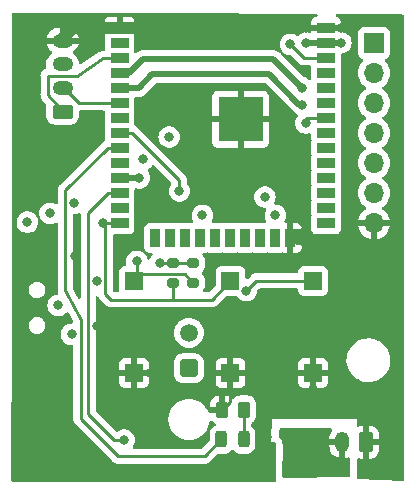
<source format=gbr>
%TF.GenerationSoftware,KiCad,Pcbnew,7.0.10-7.0.10~ubuntu22.04.1*%
%TF.CreationDate,2024-01-30T00:04:26+01:00*%
%TF.ProjectId,MailBox_LP_Notifier,4d61696c-426f-4785-9f4c-505f4e6f7469,rev?*%
%TF.SameCoordinates,Original*%
%TF.FileFunction,Copper,L4,Bot*%
%TF.FilePolarity,Positive*%
%FSLAX46Y46*%
G04 Gerber Fmt 4.6, Leading zero omitted, Abs format (unit mm)*
G04 Created by KiCad (PCBNEW 7.0.10-7.0.10~ubuntu22.04.1) date 2024-01-30 00:04:26*
%MOMM*%
%LPD*%
G01*
G04 APERTURE LIST*
G04 Aperture macros list*
%AMRoundRect*
0 Rectangle with rounded corners*
0 $1 Rounding radius*
0 $2 $3 $4 $5 $6 $7 $8 $9 X,Y pos of 4 corners*
0 Add a 4 corners polygon primitive as box body*
4,1,4,$2,$3,$4,$5,$6,$7,$8,$9,$2,$3,0*
0 Add four circle primitives for the rounded corners*
1,1,$1+$1,$2,$3*
1,1,$1+$1,$4,$5*
1,1,$1+$1,$6,$7*
1,1,$1+$1,$8,$9*
0 Add four rect primitives between the rounded corners*
20,1,$1+$1,$2,$3,$4,$5,0*
20,1,$1+$1,$4,$5,$6,$7,0*
20,1,$1+$1,$6,$7,$8,$9,0*
20,1,$1+$1,$8,$9,$2,$3,0*%
G04 Aperture macros list end*
%TA.AperFunction,HeatsinkPad*%
%ADD10C,0.600000*%
%TD*%
%TA.AperFunction,SMDPad,CuDef*%
%ADD11R,0.900000X0.900000*%
%TD*%
%TA.AperFunction,SMDPad,CuDef*%
%ADD12R,3.800000X3.800000*%
%TD*%
%TA.AperFunction,SMDPad,CuDef*%
%ADD13R,1.500000X0.900000*%
%TD*%
%TA.AperFunction,SMDPad,CuDef*%
%ADD14R,0.900000X1.500000*%
%TD*%
%TA.AperFunction,ComponentPad*%
%ADD15RoundRect,0.250001X0.499999X0.499999X-0.499999X0.499999X-0.499999X-0.499999X0.499999X-0.499999X0*%
%TD*%
%TA.AperFunction,ComponentPad*%
%ADD16C,1.500000*%
%TD*%
%TA.AperFunction,ComponentPad*%
%ADD17R,1.700000X1.700000*%
%TD*%
%TA.AperFunction,ComponentPad*%
%ADD18O,1.700000X1.700000*%
%TD*%
%TA.AperFunction,ComponentPad*%
%ADD19RoundRect,0.250000X0.625000X-0.350000X0.625000X0.350000X-0.625000X0.350000X-0.625000X-0.350000X0*%
%TD*%
%TA.AperFunction,ComponentPad*%
%ADD20O,1.750000X1.200000*%
%TD*%
%TA.AperFunction,SMDPad,CuDef*%
%ADD21R,1.500000X1.500000*%
%TD*%
%TA.AperFunction,SMDPad,CuDef*%
%ADD22RoundRect,0.200000X-0.275000X0.200000X-0.275000X-0.200000X0.275000X-0.200000X0.275000X0.200000X0*%
%TD*%
%TA.AperFunction,SMDPad,CuDef*%
%ADD23RoundRect,0.250000X-0.262500X-0.450000X0.262500X-0.450000X0.262500X0.450000X-0.262500X0.450000X0*%
%TD*%
%TA.AperFunction,ComponentPad*%
%ADD24RoundRect,0.250000X0.350000X0.625000X-0.350000X0.625000X-0.350000X-0.625000X0.350000X-0.625000X0*%
%TD*%
%TA.AperFunction,ComponentPad*%
%ADD25O,1.200000X1.750000*%
%TD*%
%TA.AperFunction,SMDPad,CuDef*%
%ADD26RoundRect,0.243750X0.243750X0.456250X-0.243750X0.456250X-0.243750X-0.456250X0.243750X-0.456250X0*%
%TD*%
%TA.AperFunction,ViaPad*%
%ADD27C,0.800000*%
%TD*%
%TA.AperFunction,Conductor*%
%ADD28C,0.500000*%
%TD*%
%TA.AperFunction,Conductor*%
%ADD29C,0.250000*%
%TD*%
%TA.AperFunction,Conductor*%
%ADD30C,1.000000*%
%TD*%
%TA.AperFunction,Conductor*%
%ADD31C,0.254000*%
%TD*%
G04 APERTURE END LIST*
D10*
%TO.P,U3,39,GND*%
%TO.N,GND*%
X137161000Y-71485400D03*
D11*
X137136000Y-72185400D03*
X135736000Y-70785400D03*
X137136000Y-70785400D03*
D10*
X136436000Y-72185400D03*
X136436000Y-69385400D03*
D11*
X138536000Y-70785400D03*
D10*
X137161000Y-70085400D03*
X137836000Y-69385400D03*
X135736000Y-70085400D03*
X137836000Y-70785400D03*
X138536000Y-71485400D03*
X137836000Y-72185400D03*
D11*
X135736000Y-69385400D03*
D10*
X135736000Y-71485400D03*
D11*
X137136000Y-69385400D03*
D10*
X136436000Y-70785400D03*
D11*
X135736000Y-72185400D03*
D10*
X138536000Y-70085400D03*
D12*
X137136000Y-70785400D03*
D11*
X138536000Y-69385400D03*
X138536000Y-72185400D03*
D13*
%TO.P,U3,38,GND*%
X126886000Y-63065400D03*
%TO.P,U3,37,IO23*%
%TO.N,unconnected-(U3-Pad37)*%
X126886000Y-64335400D03*
%TO.P,U3,36,IO22*%
%TO.N,SCL*%
X126886000Y-65605400D03*
%TO.P,U3,35,TXD0/IO1*%
%TO.N,TX*%
X126886000Y-66875400D03*
%TO.P,U3,34,RXD0/IO3*%
%TO.N,RX*%
X126886000Y-68145400D03*
%TO.P,U3,33,IO21*%
%TO.N,SDA*%
X126886000Y-69415400D03*
%TO.P,U3,32,NC*%
%TO.N,unconnected-(U3-Pad32)*%
X126886000Y-70685400D03*
%TO.P,U3,31,IO19*%
%TO.N,WU_BUT*%
X126886000Y-71955400D03*
%TO.P,U3,30,IO18*%
%TO.N,L_IND*%
X126886000Y-73225400D03*
%TO.P,U3,29,IO5*%
%TO.N,unconnected-(U3-Pad29)*%
X126886000Y-74495400D03*
%TO.P,U3,28,IO17*%
%TO.N,MCU_HOLD*%
X126886000Y-75765400D03*
%TO.P,U3,27,IO16*%
%TO.N,C_REED*%
X126886000Y-77035400D03*
%TO.P,U3,26,IO4*%
%TO.N,unconnected-(U3-Pad26)*%
X126886000Y-78305400D03*
%TO.P,U3,25,IO0*%
%TO.N,IO0*%
X126886000Y-79575400D03*
D14*
%TO.P,U3,24,IO2*%
%TO.N,unconnected-(U3-Pad24)*%
X129916000Y-80825400D03*
%TO.P,U3,23,IO15*%
%TO.N,unconnected-(U3-Pad23)*%
X131186000Y-80825400D03*
%TO.P,U3,22,SDI/SD1*%
%TO.N,unconnected-(U3-Pad22)*%
X132456000Y-80825400D03*
%TO.P,U3,21,SDO/SD0*%
%TO.N,unconnected-(U3-Pad21)*%
X133726000Y-80825400D03*
%TO.P,U3,20,SCK/CLK*%
%TO.N,unconnected-(U3-Pad20)*%
X134996000Y-80825400D03*
%TO.P,U3,19,SCS/CMD*%
%TO.N,unconnected-(U3-Pad19)*%
X136266000Y-80825400D03*
%TO.P,U3,18,SWP/SD3*%
%TO.N,unconnected-(U3-Pad18)*%
X137536000Y-80825400D03*
%TO.P,U3,17,SHD/SD2*%
%TO.N,unconnected-(U3-Pad17)*%
X138806000Y-80825400D03*
%TO.P,U3,16,IO13*%
%TO.N,unconnected-(U3-Pad16)*%
X140076000Y-80825400D03*
%TO.P,U3,15,GND*%
%TO.N,GND*%
X141346000Y-80825400D03*
D13*
%TO.P,U3,14,IO12*%
%TO.N,unconnected-(U3-Pad14)*%
X144386000Y-79575400D03*
%TO.P,U3,13,IO14*%
%TO.N,unconnected-(U3-Pad13)*%
X144386000Y-78305400D03*
%TO.P,U3,12,IO27*%
%TO.N,unconnected-(U3-Pad12)*%
X144386000Y-77035400D03*
%TO.P,U3,11,IO26*%
%TO.N,unconnected-(U3-Pad11)*%
X144386000Y-75765400D03*
%TO.P,U3,10,IO25*%
%TO.N,unconnected-(U3-Pad10)*%
X144386000Y-74495400D03*
%TO.P,U3,9,IO33*%
%TO.N,unconnected-(U3-Pad9)*%
X144386000Y-73225400D03*
%TO.P,U3,8,IO32*%
%TO.N,unconnected-(U3-Pad8)*%
X144386000Y-71955400D03*
%TO.P,U3,7,IO35*%
%TO.N,V_SENSE*%
X144386000Y-70685400D03*
%TO.P,U3,6,IO34*%
%TO.N,unconnected-(U3-Pad6)*%
X144386000Y-69415400D03*
%TO.P,U3,5,SENSOR_VN*%
%TO.N,unconnected-(U3-Pad5)*%
X144386000Y-68145400D03*
%TO.P,U3,4,SENSOR_VP*%
%TO.N,unconnected-(U3-Pad4)*%
X144386000Y-66875400D03*
%TO.P,U3,3,EN*%
%TO.N,RST*%
X144386000Y-65605400D03*
%TO.P,U3,2,VDD*%
%TO.N,+3V3*%
X144386000Y-64335400D03*
%TO.P,U3,1,GND*%
%TO.N,GND*%
X144386000Y-63065400D03*
%TD*%
D15*
%TO.P,SW1,1,1*%
%TO.N,Net-(D1-Pad2)*%
X132765800Y-91871800D03*
D16*
%TO.P,SW1,2,2*%
%TO.N,VDD*%
X132765800Y-88871800D03*
%TD*%
D17*
%TO.P,J2,1,Pin_1*%
%TO.N,DRT*%
X148437200Y-64332800D03*
D18*
%TO.P,J2,2,Pin_2*%
%TO.N,RTS*%
X148437200Y-66872800D03*
%TO.P,J2,3,Pin_3*%
%TO.N,TX*%
X148437200Y-69412800D03*
%TO.P,J2,4,Pin_4*%
%TO.N,RX*%
X148437200Y-71952800D03*
%TO.P,J2,5,Pin_5*%
%TO.N,+3V3*%
X148437200Y-74492800D03*
%TO.P,J2,6,Pin_6*%
%TO.N,unconnected-(J2-Pad6)*%
X148437200Y-77032800D03*
%TO.P,J2,7,Pin_7*%
%TO.N,GND*%
X148437200Y-79572800D03*
%TD*%
D19*
%TO.P,J3,1,Pin_1*%
%TO.N,SCL*%
X122058600Y-70132200D03*
D20*
%TO.P,J3,2,Pin_2*%
%TO.N,SDA*%
X122058600Y-68132200D03*
%TO.P,J3,3,Pin_3*%
%TO.N,+3V3*%
X122058600Y-66132200D03*
%TO.P,J3,4,Pin_4*%
%TO.N,GND*%
X122058600Y-64132200D03*
%TD*%
D21*
%TO.P,SW4,1,1*%
%TO.N,GND*%
X136271000Y-92292000D03*
%TO.P,SW4,2,2*%
%TO.N,IO0*%
X136271000Y-84492000D03*
%TD*%
D22*
%TO.P,R12,1*%
%TO.N,+3V3*%
X133121400Y-82969600D03*
%TO.P,R12,2*%
%TO.N,RST*%
X133121400Y-84619600D03*
%TD*%
D21*
%TO.P,SW3,1,1*%
%TO.N,GND*%
X143281400Y-92266600D03*
%TO.P,SW3,2,2*%
%TO.N,Net-(Q2-Pad1)*%
X143281400Y-84466600D03*
%TD*%
D23*
%TO.P,R6,1*%
%TO.N,GND*%
X135587100Y-95377000D03*
%TO.P,R6,2*%
%TO.N,Net-(D3-Pad1)*%
X137412100Y-95377000D03*
%TD*%
D22*
%TO.P,R8,1*%
%TO.N,+3V3*%
X131394200Y-82969600D03*
%TO.P,R8,2*%
%TO.N,IO0*%
X131394200Y-84619600D03*
%TD*%
D24*
%TO.P,J1,1,Pin_1*%
%TO.N,GND*%
X147761200Y-98129000D03*
D25*
%TO.P,J1,2,Pin_2*%
%TO.N,VDD*%
X145761200Y-98129000D03*
%TD*%
D26*
%TO.P,D3,1,K*%
%TO.N,Net-(D3-Pad1)*%
X137386300Y-97891600D03*
%TO.P,D3,2,A*%
%TO.N,L_IND*%
X135511300Y-97891600D03*
%TD*%
D21*
%TO.P,SW5,1,1*%
%TO.N,GND*%
X128117600Y-92292000D03*
%TO.P,SW5,2,2*%
%TO.N,RST*%
X128117600Y-84492000D03*
%TD*%
D27*
%TO.N,GND*%
X142468600Y-81153000D03*
X129336800Y-63068200D03*
X129489200Y-92303600D03*
X121818400Y-95580200D03*
X123126500Y-82334100D03*
X149199600Y-99542600D03*
X142468600Y-80314800D03*
X124333000Y-63060400D03*
X124981000Y-88302800D03*
X139340102Y-97667300D03*
X139725400Y-100228400D03*
X142646400Y-63042800D03*
X143306800Y-93624400D03*
X140880600Y-86144600D03*
X145643600Y-63068200D03*
X136271000Y-93878400D03*
X119100600Y-74472800D03*
X125433000Y-63060400D03*
X147751800Y-100025200D03*
X140156600Y-93498000D03*
%TO.N,VDD*%
X141325600Y-98221800D03*
X140081000Y-78917800D03*
X133908800Y-78917800D03*
X144373600Y-99542600D03*
X119075200Y-79502000D03*
X145770600Y-99999800D03*
X123012200Y-77901800D03*
X131089400Y-72288400D03*
%TO.N,+3V3*%
X124942600Y-84480400D03*
X122819600Y-88991000D03*
X142671800Y-64338200D03*
X145618200Y-64312800D03*
X130288800Y-82969600D03*
%TO.N,V_SENSE*%
X142671800Y-71120000D03*
%TO.N,~{INT}*%
X120993200Y-78752400D03*
X128854200Y-74193400D03*
%TO.N,MCU_HOLD*%
X128574800Y-75742800D03*
%TO.N,TX*%
X142319988Y-68119012D03*
%TO.N,RX*%
X142367000Y-69545200D03*
%TO.N,IO0*%
X125526800Y-79603600D03*
%TO.N,RST*%
X141351000Y-64439800D03*
X128346200Y-82829400D03*
%TO.N,VCC_SW*%
X121691400Y-86537800D03*
X139192000Y-77368400D03*
%TO.N,C_REED*%
X127279400Y-97942400D03*
%TO.N,WU_BUT*%
X131955079Y-76858487D03*
%TO.N,Net-(Q2-Pad1)*%
X137617878Y-85298033D03*
%TD*%
D28*
%TO.N,RX*%
X127136000Y-68140400D02*
X128509600Y-68140400D01*
X128509600Y-68140400D02*
X129675000Y-66975000D01*
X129675000Y-66975000D02*
X139550000Y-66975000D01*
X139550000Y-66975000D02*
X142120200Y-69545200D01*
X142120200Y-69545200D02*
X142367000Y-69545200D01*
%TO.N,TX*%
X127136000Y-66870400D02*
X127721000Y-66870400D01*
X128891400Y-65700000D02*
X139900976Y-65700000D01*
X127721000Y-66870400D02*
X128891400Y-65700000D01*
X139900976Y-65700000D02*
X142319988Y-68119012D01*
%TO.N,GND*%
X142468600Y-81153000D02*
X141933600Y-81153000D01*
D29*
X129489200Y-92303600D02*
X128129200Y-92303600D01*
X128129200Y-92303600D02*
X128117600Y-92292000D01*
D28*
X145635800Y-63060400D02*
X145643600Y-63068200D01*
D29*
X143332200Y-92317400D02*
X143281400Y-92266600D01*
D30*
X122963600Y-63060400D02*
X122047000Y-63977000D01*
X127136000Y-63060400D02*
X129319200Y-63060400D01*
D29*
X136271000Y-92292000D02*
X136271000Y-93878400D01*
D28*
X144136000Y-63060400D02*
X142664000Y-63060400D01*
D29*
X143306800Y-93624400D02*
X143332200Y-92317400D01*
X136271000Y-93878400D02*
X136271000Y-94693100D01*
D28*
X142468600Y-80314800D02*
X141606600Y-80314800D01*
X142664000Y-63060400D02*
X142646400Y-63042800D01*
D29*
X136271000Y-94693100D02*
X135587100Y-95377000D01*
D30*
X127136000Y-63060400D02*
X122963600Y-63060400D01*
D28*
X144136000Y-63060400D02*
X145635800Y-63060400D01*
D29*
%TO.N,+3V3*%
X133121400Y-82969600D02*
X131394200Y-82969600D01*
D28*
X145600600Y-64330400D02*
X145618200Y-64312800D01*
X144136000Y-64330400D02*
X142679600Y-64330400D01*
X142679600Y-64330400D02*
X142671800Y-64338200D01*
X144136000Y-64330400D02*
X145600600Y-64330400D01*
D29*
X131394200Y-82969600D02*
X130288800Y-82969600D01*
%TO.N,V_SENSE*%
X142781200Y-70680400D02*
X144136000Y-70680400D01*
X142671800Y-70789800D02*
X142781200Y-70680400D01*
X142671800Y-71120000D02*
X142671800Y-70789800D01*
%TO.N,Net-(D3-Pad1)*%
X137412100Y-97865800D02*
X137386300Y-97891600D01*
X137412100Y-95377000D02*
X137412100Y-97865800D01*
D28*
%TO.N,MCU_HOLD*%
X127153600Y-75742800D02*
X127136000Y-75760400D01*
X127162001Y-75734399D02*
X127136000Y-75760400D01*
X128574800Y-75742800D02*
X127153600Y-75742800D01*
D29*
%TO.N,SCL*%
X127102800Y-65633600D02*
X125501400Y-65633600D01*
X127136000Y-65600400D02*
X127102800Y-65633600D01*
X120827800Y-68757800D02*
X122047000Y-69977000D01*
X123291600Y-67106800D02*
X120827800Y-67106800D01*
X120827800Y-67106800D02*
X120827800Y-68757800D01*
X125501400Y-65633600D02*
X123291600Y-67106800D01*
%TO.N,SDA*%
X122047000Y-67977000D02*
X123480400Y-69410400D01*
X123480400Y-69410400D02*
X127136000Y-69410400D01*
%TO.N,IO0*%
X127102800Y-79603600D02*
X127136000Y-79570400D01*
X126161800Y-86055200D02*
X125653800Y-85547200D01*
X136271000Y-84492000D02*
X134707800Y-86055200D01*
D31*
X134707800Y-86055200D02*
X131445000Y-86055200D01*
D29*
X125526800Y-79603600D02*
X127102800Y-79603600D01*
X131445000Y-86055200D02*
X126161800Y-86055200D01*
X125653800Y-85547200D02*
X125667111Y-85533889D01*
X125667111Y-85533889D02*
X125667111Y-79743911D01*
X125667111Y-79743911D02*
X125526800Y-79603600D01*
X131394200Y-86004400D02*
X131445000Y-86055200D01*
X131394200Y-84619600D02*
X131394200Y-86004400D01*
%TO.N,RST*%
X132396880Y-83895080D02*
X128714520Y-83895080D01*
X133121400Y-84619600D02*
X132396880Y-83895080D01*
X128346200Y-84263400D02*
X128117600Y-84492000D01*
X128346200Y-82829400D02*
X128346200Y-84263400D01*
X128714520Y-83895080D02*
X128117600Y-84492000D01*
X142511600Y-65600400D02*
X141351000Y-64439800D01*
X144136000Y-65600400D02*
X142511600Y-65600400D01*
%TO.N,C_REED*%
X126415800Y-97942400D02*
X127279400Y-97942400D01*
X124218089Y-78698311D02*
X124218089Y-95744689D01*
X124218089Y-95744689D02*
X126415800Y-97942400D01*
X127136000Y-77030400D02*
X125886000Y-77030400D01*
X125886000Y-77030400D02*
X124218089Y-78698311D01*
%TO.N,L_IND*%
X122301000Y-85267800D02*
X122361452Y-85385148D01*
X122361452Y-85385148D02*
X123596400Y-87782400D01*
X125873911Y-73211289D02*
X122275600Y-76809600D01*
X134112000Y-99314000D02*
X126770682Y-99314000D01*
X123596400Y-87782400D02*
X123596400Y-96139718D01*
X127136000Y-73220400D02*
X125886000Y-73220400D01*
X126770682Y-99314000D02*
X123596400Y-96139718D01*
X122275600Y-76809600D02*
X122275600Y-85299296D01*
X122275600Y-85299296D02*
X122361452Y-85385148D01*
X134112000Y-99314000D02*
X135511300Y-97891600D01*
%TO.N,WU_BUT*%
X131955079Y-75940457D02*
X127965022Y-71950400D01*
X127965022Y-71950400D02*
X127136000Y-71950400D01*
X131955079Y-76858487D02*
X131955079Y-75940457D01*
D31*
%TO.N,Net-(Q2-Pad1)*%
X137617878Y-85298033D02*
X138449311Y-84466600D01*
X138449311Y-84466600D02*
X143281400Y-84466600D01*
%TD*%
%TA.AperFunction,Conductor*%
%TO.N,VDD*%
G36*
X143739400Y-96951810D02*
G01*
X144786610Y-96964900D01*
X144854475Y-96985752D01*
X144900294Y-97039984D01*
X144909519Y-97110379D01*
X144887950Y-97159895D01*
X144889536Y-97160914D01*
X144771891Y-97343975D01*
X144771888Y-97343980D01*
X144693247Y-97540414D01*
X144693246Y-97540420D01*
X144653200Y-97748194D01*
X144653200Y-97875000D01*
X145485322Y-97875000D01*
X145442922Y-97921059D01*
X145392649Y-98035670D01*
X145382314Y-98160395D01*
X145413037Y-98281719D01*
X145479208Y-98383000D01*
X144653200Y-98383000D01*
X144653200Y-98456779D01*
X144653201Y-98456800D01*
X144668272Y-98614633D01*
X144668275Y-98614648D01*
X144727889Y-98817677D01*
X144824850Y-99005754D01*
X144955655Y-99172085D01*
X144955660Y-99172091D01*
X145115574Y-99310656D01*
X145115575Y-99310657D01*
X145298822Y-99416454D01*
X145298831Y-99416458D01*
X145498784Y-99485662D01*
X145498790Y-99485664D01*
X145507200Y-99486873D01*
X145507200Y-98406503D01*
X145580252Y-98463363D01*
X145698624Y-98504000D01*
X145792273Y-98504000D01*
X145884646Y-98488586D01*
X145994714Y-98429019D01*
X146015200Y-98406765D01*
X146015200Y-99482519D01*
X146125238Y-99455824D01*
X146125240Y-99455823D01*
X146233642Y-99406317D01*
X146303916Y-99396212D01*
X146368497Y-99425705D01*
X146406882Y-99485430D01*
X146411976Y-99519355D01*
X146429431Y-100915742D01*
X146410282Y-100984108D01*
X146357212Y-101031267D01*
X146305549Y-101043299D01*
X140798952Y-101135459D01*
X140730507Y-101116600D01*
X140683122Y-101063730D01*
X140670846Y-101008799D01*
X140684644Y-98452885D01*
X140685607Y-98274478D01*
X140685606Y-98274477D01*
X140685607Y-98274466D01*
X140674081Y-98163473D01*
X140662608Y-98110257D01*
X140627375Y-98004371D01*
X140548148Y-97881550D01*
X140521789Y-97851234D01*
X140501565Y-97827974D01*
X140445975Y-97779969D01*
X140407490Y-97720308D01*
X140402335Y-97683084D01*
X140409691Y-97076272D01*
X140430518Y-97008399D01*
X140484733Y-96962560D01*
X140535682Y-96951800D01*
X143737825Y-96951800D01*
X143739400Y-96951810D01*
G37*
%TD.AperFunction*%
%TD*%
%TA.AperFunction,Conductor*%
%TO.N,GND*%
G36*
X123542004Y-78741021D02*
G01*
X123579818Y-78801110D01*
X123584589Y-78835456D01*
X123584589Y-85856429D01*
X123564587Y-85924550D01*
X123510931Y-85971043D01*
X123440657Y-85981147D01*
X123376077Y-85951653D01*
X123346578Y-85914132D01*
X123147219Y-85527143D01*
X122968162Y-85179562D01*
X122968161Y-85179558D01*
X122958277Y-85160371D01*
X122949290Y-85137820D01*
X122947470Y-85131555D01*
X122926646Y-85096344D01*
X122909100Y-85032205D01*
X122909100Y-78936300D01*
X122929102Y-78868179D01*
X122982758Y-78821686D01*
X123035100Y-78810300D01*
X123107687Y-78810300D01*
X123294488Y-78770594D01*
X123407340Y-78720348D01*
X123477707Y-78710915D01*
X123542004Y-78741021D01*
G37*
%TD.AperFunction*%
%TA.AperFunction,Conductor*%
G36*
X130543929Y-61765402D02*
G01*
X143548474Y-61858960D01*
X143616447Y-61879452D01*
X143662552Y-61933441D01*
X143672150Y-62003785D01*
X143642193Y-62068152D01*
X143582193Y-62106105D01*
X143561038Y-62110235D01*
X143526905Y-62113905D01*
X143390035Y-62164955D01*
X143390034Y-62164955D01*
X143273095Y-62252495D01*
X143185555Y-62369434D01*
X143185555Y-62369435D01*
X143134505Y-62506306D01*
X143128000Y-62566802D01*
X143128000Y-62811400D01*
X145644000Y-62811400D01*
X145644000Y-62566814D01*
X145643999Y-62566802D01*
X145637494Y-62506306D01*
X145586444Y-62369435D01*
X145586444Y-62369434D01*
X145498904Y-62252495D01*
X145381965Y-62164955D01*
X145249570Y-62115575D01*
X145192734Y-62073028D01*
X145167923Y-62006508D01*
X145183014Y-61937134D01*
X145233217Y-61886931D01*
X145294506Y-61871522D01*
X150830255Y-61911347D01*
X150898228Y-61931839D01*
X150944333Y-61985828D01*
X150955346Y-62037274D01*
X150976988Y-101271398D01*
X150957024Y-101339530D01*
X150903394Y-101386053D01*
X150846026Y-101397370D01*
X147085438Y-101249169D01*
X147018158Y-101226500D01*
X146973814Y-101171055D01*
X146964400Y-101123267D01*
X146964400Y-99578966D01*
X146984402Y-99510845D01*
X147038058Y-99464352D01*
X147108332Y-99454248D01*
X147130033Y-99459362D01*
X147256869Y-99501392D01*
X147256881Y-99501394D01*
X147360683Y-99511999D01*
X147360683Y-99512000D01*
X147507200Y-99512000D01*
X147507200Y-98406503D01*
X147580252Y-98463363D01*
X147698624Y-98504000D01*
X147792273Y-98504000D01*
X147884646Y-98488586D01*
X147994714Y-98429019D01*
X148015200Y-98406765D01*
X148015200Y-99512000D01*
X148161717Y-99512000D01*
X148161716Y-99511999D01*
X148265518Y-99501394D01*
X148265521Y-99501393D01*
X148433725Y-99445657D01*
X148584539Y-99352634D01*
X148584545Y-99352629D01*
X148709829Y-99227345D01*
X148709834Y-99227339D01*
X148802857Y-99076525D01*
X148858593Y-98908321D01*
X148858594Y-98908318D01*
X148869199Y-98804516D01*
X148869200Y-98804516D01*
X148869200Y-98383000D01*
X148037078Y-98383000D01*
X148079478Y-98336941D01*
X148129751Y-98222330D01*
X148140086Y-98097605D01*
X148109363Y-97976281D01*
X148043192Y-97875000D01*
X148869200Y-97875000D01*
X148869200Y-97453483D01*
X148858594Y-97349681D01*
X148858593Y-97349678D01*
X148802857Y-97181474D01*
X148709834Y-97030660D01*
X148709829Y-97030654D01*
X148584545Y-96905370D01*
X148584539Y-96905365D01*
X148433725Y-96812342D01*
X148265521Y-96756606D01*
X148265518Y-96756605D01*
X148161716Y-96746000D01*
X148015200Y-96746000D01*
X148015200Y-97851496D01*
X147942148Y-97794637D01*
X147823776Y-97754000D01*
X147730127Y-97754000D01*
X147637754Y-97769414D01*
X147527686Y-97828981D01*
X147507200Y-97851234D01*
X147507200Y-96746000D01*
X147360683Y-96746000D01*
X147256881Y-96756605D01*
X147256877Y-96756606D01*
X147130033Y-96798638D01*
X147059078Y-96801078D01*
X146998068Y-96764770D01*
X146966373Y-96701241D01*
X146964400Y-96679033D01*
X146964400Y-96164400D01*
X143510000Y-96139000D01*
X143509983Y-96139000D01*
X143509968Y-96139000D01*
X139801600Y-96164400D01*
X139710421Y-97942400D01*
X139700000Y-98145600D01*
X140045905Y-98145014D01*
X140114057Y-98164901D01*
X140160641Y-98218478D01*
X140172114Y-98271694D01*
X140165419Y-99511999D01*
X140155512Y-101347182D01*
X140135144Y-101415192D01*
X140081238Y-101461394D01*
X140029515Y-101472500D01*
X117855640Y-101472500D01*
X117787519Y-101452498D01*
X117741026Y-101398842D01*
X117729640Y-101346361D01*
X117729772Y-101226500D01*
X117744003Y-88326059D01*
X119205500Y-88326059D01*
X119246208Y-88491221D01*
X119246210Y-88491225D01*
X119325265Y-88641851D01*
X119325270Y-88641857D01*
X119438069Y-88769181D01*
X119438071Y-88769183D01*
X119578070Y-88865818D01*
X119578074Y-88865820D01*
X119667172Y-88899609D01*
X119737128Y-88926140D01*
X119863628Y-88941500D01*
X119863632Y-88941500D01*
X119948368Y-88941500D01*
X119948372Y-88941500D01*
X120074872Y-88926140D01*
X120233930Y-88865818D01*
X120373929Y-88769183D01*
X120486734Y-88641852D01*
X120565790Y-88491225D01*
X120606500Y-88326056D01*
X120606500Y-88155944D01*
X120565790Y-87990775D01*
X120486734Y-87840148D01*
X120431447Y-87777742D01*
X120373930Y-87712818D01*
X120373928Y-87712816D01*
X120233929Y-87616181D01*
X120233925Y-87616179D01*
X120074870Y-87555859D01*
X119948378Y-87540500D01*
X119948372Y-87540500D01*
X119863628Y-87540500D01*
X119863621Y-87540500D01*
X119737129Y-87555859D01*
X119578074Y-87616179D01*
X119578070Y-87616181D01*
X119438071Y-87712816D01*
X119438069Y-87712818D01*
X119325270Y-87840142D01*
X119325265Y-87840148D01*
X119246210Y-87990774D01*
X119246208Y-87990778D01*
X119205500Y-88155940D01*
X119205500Y-88326059D01*
X117744003Y-88326059D01*
X117747312Y-85326059D01*
X119205500Y-85326059D01*
X119246208Y-85491221D01*
X119246210Y-85491225D01*
X119325265Y-85641851D01*
X119325270Y-85641857D01*
X119438069Y-85769181D01*
X119438071Y-85769183D01*
X119578070Y-85865818D01*
X119578074Y-85865820D01*
X119633440Y-85886817D01*
X119737128Y-85926140D01*
X119863628Y-85941500D01*
X119863632Y-85941500D01*
X119948368Y-85941500D01*
X119948372Y-85941500D01*
X120074872Y-85926140D01*
X120233930Y-85865818D01*
X120373929Y-85769183D01*
X120486734Y-85641852D01*
X120565790Y-85491225D01*
X120566595Y-85487961D01*
X120585389Y-85411708D01*
X120606500Y-85326056D01*
X120606500Y-85155944D01*
X120591810Y-85096344D01*
X120565791Y-84990778D01*
X120565790Y-84990776D01*
X120565790Y-84990775D01*
X120486734Y-84840148D01*
X120373929Y-84712817D01*
X120289558Y-84654579D01*
X120233929Y-84616181D01*
X120233925Y-84616179D01*
X120074870Y-84555859D01*
X119948378Y-84540500D01*
X119948372Y-84540500D01*
X119863628Y-84540500D01*
X119863621Y-84540500D01*
X119737129Y-84555859D01*
X119578074Y-84616179D01*
X119578070Y-84616181D01*
X119438071Y-84712816D01*
X119438069Y-84712818D01*
X119325270Y-84840142D01*
X119325265Y-84840148D01*
X119246210Y-84990774D01*
X119246208Y-84990778D01*
X119205500Y-85155940D01*
X119205500Y-85326059D01*
X117747312Y-85326059D01*
X117753737Y-79502000D01*
X118161696Y-79502000D01*
X118181657Y-79691927D01*
X118211134Y-79782644D01*
X118240673Y-79873556D01*
X118240676Y-79873561D01*
X118336158Y-80038941D01*
X118336165Y-80038951D01*
X118463944Y-80180864D01*
X118463947Y-80180866D01*
X118618448Y-80293118D01*
X118792912Y-80370794D01*
X118979713Y-80410500D01*
X119170687Y-80410500D01*
X119357488Y-80370794D01*
X119531952Y-80293118D01*
X119686453Y-80180866D01*
X119686455Y-80180864D01*
X119814234Y-80038951D01*
X119814235Y-80038949D01*
X119814240Y-80038944D01*
X119909727Y-79873556D01*
X119968742Y-79691928D01*
X119988704Y-79502000D01*
X119968742Y-79312072D01*
X119968742Y-79312070D01*
X119954925Y-79269548D01*
X119952896Y-79198581D01*
X119985480Y-79144541D01*
X119944595Y-79139851D01*
X119889633Y-79094909D01*
X119884523Y-79086789D01*
X119814241Y-78965058D01*
X119814234Y-78965048D01*
X119686455Y-78823135D01*
X119589097Y-78752400D01*
X120079696Y-78752400D01*
X120099657Y-78942327D01*
X120113475Y-78984852D01*
X120115503Y-79055820D01*
X120082917Y-79109857D01*
X120123803Y-79114548D01*
X120178765Y-79159488D01*
X120183876Y-79167609D01*
X120254160Y-79289344D01*
X120254162Y-79289347D01*
X120254165Y-79289351D01*
X120381944Y-79431264D01*
X120443199Y-79475768D01*
X120536448Y-79543518D01*
X120710912Y-79621194D01*
X120897713Y-79660900D01*
X121088687Y-79660900D01*
X121275488Y-79621194D01*
X121449952Y-79543518D01*
X121449963Y-79543509D01*
X121453094Y-79541703D01*
X121455146Y-79541205D01*
X121455984Y-79540832D01*
X121456052Y-79540985D01*
X121522089Y-79524961D01*
X121589182Y-79548179D01*
X121633072Y-79603983D01*
X121642100Y-79650819D01*
X121642100Y-85215442D01*
X121640351Y-85231284D01*
X121640644Y-85231312D01*
X121639898Y-85239203D01*
X121642038Y-85307280D01*
X121642100Y-85311239D01*
X121642100Y-85339147D01*
X121642101Y-85339165D01*
X121642607Y-85343173D01*
X121643537Y-85354992D01*
X121644926Y-85399184D01*
X121644927Y-85399189D01*
X121650577Y-85418635D01*
X121654586Y-85437993D01*
X121657125Y-85458089D01*
X121657125Y-85458092D01*
X121660011Y-85465380D01*
X121666489Y-85536080D01*
X121633715Y-85599059D01*
X121572095Y-85634322D01*
X121569056Y-85635007D01*
X121409115Y-85669004D01*
X121234647Y-85746682D01*
X121080144Y-85858935D01*
X120952365Y-86000848D01*
X120952358Y-86000858D01*
X120856876Y-86166238D01*
X120856873Y-86166245D01*
X120797857Y-86347872D01*
X120777896Y-86537800D01*
X120797857Y-86727727D01*
X120827926Y-86820270D01*
X120856873Y-86909356D01*
X120856876Y-86909361D01*
X120952358Y-87074741D01*
X120952365Y-87074751D01*
X121080144Y-87216664D01*
X121080147Y-87216666D01*
X121234648Y-87328918D01*
X121409112Y-87406594D01*
X121595913Y-87446300D01*
X121786887Y-87446300D01*
X121973688Y-87406594D01*
X122148152Y-87328918D01*
X122302653Y-87216666D01*
X122364828Y-87147613D01*
X122425272Y-87110373D01*
X122496256Y-87111724D01*
X122555241Y-87151237D01*
X122570475Y-87174220D01*
X122943743Y-87898797D01*
X122957158Y-87968515D01*
X122930751Y-88034418D01*
X122872907Y-88075583D01*
X122831732Y-88082500D01*
X122724113Y-88082500D01*
X122537311Y-88122206D01*
X122362847Y-88199882D01*
X122208344Y-88312135D01*
X122080565Y-88454048D01*
X122080558Y-88454058D01*
X122059100Y-88491225D01*
X121985073Y-88619444D01*
X121970599Y-88663986D01*
X121926057Y-88801072D01*
X121906096Y-88991000D01*
X121926057Y-89180927D01*
X121956126Y-89273470D01*
X121985073Y-89362556D01*
X121985076Y-89362561D01*
X122080558Y-89527941D01*
X122080565Y-89527951D01*
X122208344Y-89669864D01*
X122208347Y-89669866D01*
X122362848Y-89782118D01*
X122537312Y-89859794D01*
X122724113Y-89899500D01*
X122836900Y-89899500D01*
X122905021Y-89919502D01*
X122951514Y-89973158D01*
X122962900Y-90025500D01*
X122962900Y-96055864D01*
X122961151Y-96071706D01*
X122961444Y-96071734D01*
X122960698Y-96079625D01*
X122962838Y-96147702D01*
X122962900Y-96151661D01*
X122962900Y-96179569D01*
X122962901Y-96179587D01*
X122963407Y-96183595D01*
X122964337Y-96195414D01*
X122965726Y-96239606D01*
X122965727Y-96239611D01*
X122971377Y-96259057D01*
X122975386Y-96278415D01*
X122977925Y-96298511D01*
X122977926Y-96298518D01*
X122994200Y-96339621D01*
X122998044Y-96350847D01*
X123010382Y-96393311D01*
X123020694Y-96410749D01*
X123029388Y-96428497D01*
X123036844Y-96447327D01*
X123036850Y-96447338D01*
X123062832Y-96483099D01*
X123069349Y-96493019D01*
X123091858Y-96531080D01*
X123091859Y-96531081D01*
X123091861Y-96531084D01*
X123106179Y-96545402D01*
X123119017Y-96560432D01*
X123130926Y-96576822D01*
X123130930Y-96576827D01*
X123164998Y-96605010D01*
X123173778Y-96613000D01*
X126263435Y-99702657D01*
X126273402Y-99715097D01*
X126273629Y-99714910D01*
X126278681Y-99721017D01*
X126328348Y-99767657D01*
X126331192Y-99770414D01*
X126350912Y-99790134D01*
X126354098Y-99792605D01*
X126363128Y-99800317D01*
X126379105Y-99815321D01*
X126395360Y-99830585D01*
X126395364Y-99830588D01*
X126413112Y-99840345D01*
X126429639Y-99851201D01*
X126445642Y-99863614D01*
X126486221Y-99881174D01*
X126496869Y-99886391D01*
X126535616Y-99907692D01*
X126535618Y-99907693D01*
X126535622Y-99907695D01*
X126555244Y-99912733D01*
X126573945Y-99919135D01*
X126586496Y-99924567D01*
X126592534Y-99927180D01*
X126592535Y-99927180D01*
X126592537Y-99927181D01*
X126636212Y-99934098D01*
X126647823Y-99936502D01*
X126690652Y-99947500D01*
X126710906Y-99947500D01*
X126730616Y-99949051D01*
X126732823Y-99949400D01*
X126750625Y-99952220D01*
X126794643Y-99948058D01*
X126806501Y-99947500D01*
X134031297Y-99947500D01*
X134053491Y-99949858D01*
X134057103Y-99950169D01*
X134057115Y-99950172D01*
X134120202Y-99947672D01*
X134122053Y-99947599D01*
X134127042Y-99947500D01*
X134151852Y-99947500D01*
X134151856Y-99947500D01*
X134158956Y-99946602D01*
X134169755Y-99945708D01*
X134217049Y-99943835D01*
X134227729Y-99940637D01*
X134233461Y-99938921D01*
X134253805Y-99934620D01*
X134270797Y-99932474D01*
X134314801Y-99915051D01*
X134325041Y-99911499D01*
X134370382Y-99897923D01*
X134385061Y-99889078D01*
X134403691Y-99879857D01*
X134419617Y-99873552D01*
X134457910Y-99845729D01*
X134466926Y-99839753D01*
X134507480Y-99815321D01*
X134519493Y-99803109D01*
X134535249Y-99789539D01*
X134549107Y-99779472D01*
X134579274Y-99743004D01*
X134586520Y-99734974D01*
X135174061Y-99137733D01*
X135236090Y-99103202D01*
X135263871Y-99100099D01*
X135805174Y-99100099D01*
X135908204Y-99089574D01*
X136075129Y-99034261D01*
X136224798Y-98941944D01*
X136349144Y-98817598D01*
X136349148Y-98817590D01*
X136349962Y-98816563D01*
X136350708Y-98816034D01*
X136354334Y-98812409D01*
X136354953Y-98813028D01*
X136407902Y-98775533D01*
X136478827Y-98772341D01*
X136540218Y-98808001D01*
X136547638Y-98816563D01*
X136548461Y-98817604D01*
X136672795Y-98941938D01*
X136672801Y-98941943D01*
X136672802Y-98941944D01*
X136822471Y-99034261D01*
X136989396Y-99089574D01*
X137092425Y-99100100D01*
X137680174Y-99100099D01*
X137783204Y-99089574D01*
X137950129Y-99034261D01*
X138099798Y-98941944D01*
X138224144Y-98817598D01*
X138316461Y-98667929D01*
X138371774Y-98501004D01*
X138382300Y-98397975D01*
X138382299Y-97385226D01*
X138371774Y-97282196D01*
X138316461Y-97115271D01*
X138224144Y-96965602D01*
X138224143Y-96965601D01*
X138224138Y-96965595D01*
X138099804Y-96841261D01*
X138094043Y-96836706D01*
X138095991Y-96834242D01*
X138057944Y-96791893D01*
X138045600Y-96737503D01*
X138045600Y-96559669D01*
X138065602Y-96491548D01*
X138105454Y-96452428D01*
X138113724Y-96447327D01*
X138148252Y-96426030D01*
X138273630Y-96300652D01*
X138366715Y-96149738D01*
X138422487Y-95981426D01*
X138433100Y-95877545D01*
X138433099Y-94876456D01*
X138422487Y-94772574D01*
X138366715Y-94604262D01*
X138273630Y-94453348D01*
X138273629Y-94453347D01*
X138273624Y-94453341D01*
X138148258Y-94327975D01*
X138148252Y-94327970D01*
X137997338Y-94234885D01*
X137913182Y-94206999D01*
X137829027Y-94179113D01*
X137829020Y-94179112D01*
X137725153Y-94168500D01*
X137099055Y-94168500D01*
X136995174Y-94179112D01*
X136826861Y-94234885D01*
X136675947Y-94327970D01*
X136675941Y-94327975D01*
X136588341Y-94415576D01*
X136526029Y-94449602D01*
X136455214Y-94444537D01*
X136410151Y-94415576D01*
X136322945Y-94328370D01*
X136322939Y-94328365D01*
X136172125Y-94235342D01*
X136003921Y-94179606D01*
X136003918Y-94179605D01*
X135900116Y-94169000D01*
X135841100Y-94169000D01*
X135841100Y-95505000D01*
X135821098Y-95573121D01*
X135767442Y-95619614D01*
X135715100Y-95631000D01*
X134517372Y-95631000D01*
X134449251Y-95610998D01*
X134402758Y-95557342D01*
X134400084Y-95551038D01*
X134399866Y-95550483D01*
X134367023Y-95482284D01*
X134286028Y-95314096D01*
X134286026Y-95314093D01*
X134286022Y-95314086D01*
X134155741Y-95123000D01*
X134566600Y-95123000D01*
X135333100Y-95123000D01*
X135333100Y-94169000D01*
X135274083Y-94169000D01*
X135170281Y-94179605D01*
X135170278Y-94179606D01*
X135002074Y-94235342D01*
X134851260Y-94328365D01*
X134851254Y-94328370D01*
X134725970Y-94453654D01*
X134725965Y-94453660D01*
X134632942Y-94604474D01*
X134577206Y-94772678D01*
X134577205Y-94772681D01*
X134566600Y-94876483D01*
X134566600Y-95123000D01*
X134155741Y-95123000D01*
X134138237Y-95097327D01*
X134138233Y-95097321D01*
X133959781Y-94904995D01*
X133754657Y-94741414D01*
X133754652Y-94741411D01*
X133754653Y-94741411D01*
X133527447Y-94610233D01*
X133527439Y-94610230D01*
X133283219Y-94514381D01*
X133283217Y-94514380D01*
X133027433Y-94455998D01*
X132874490Y-94444537D01*
X132831294Y-94441300D01*
X132700306Y-94441300D01*
X132661078Y-94444239D01*
X132504166Y-94455998D01*
X132248382Y-94514380D01*
X132248380Y-94514381D01*
X132004160Y-94610230D01*
X132004152Y-94610233D01*
X131776946Y-94741411D01*
X131571818Y-94904995D01*
X131393366Y-95097322D01*
X131393362Y-95097327D01*
X131245577Y-95314086D01*
X131245573Y-95314093D01*
X131131738Y-95550472D01*
X131131733Y-95550485D01*
X131054404Y-95801180D01*
X131042894Y-95877545D01*
X131015300Y-96060618D01*
X131015300Y-96322982D01*
X131031204Y-96428497D01*
X131054404Y-96582419D01*
X131131733Y-96833114D01*
X131131738Y-96833127D01*
X131245573Y-97069506D01*
X131245577Y-97069513D01*
X131390583Y-97282196D01*
X131393367Y-97286279D01*
X131571819Y-97478605D01*
X131776943Y-97642186D01*
X131776946Y-97642188D01*
X132004152Y-97773366D01*
X132004156Y-97773367D01*
X132004157Y-97773368D01*
X132248384Y-97869220D01*
X132504170Y-97927602D01*
X132700306Y-97942300D01*
X132700307Y-97942300D01*
X132831293Y-97942300D01*
X132831294Y-97942300D01*
X133027430Y-97927602D01*
X133283216Y-97869220D01*
X133527443Y-97773368D01*
X133527445Y-97773366D01*
X133527447Y-97773366D01*
X133752795Y-97643261D01*
X133754657Y-97642186D01*
X133959781Y-97478605D01*
X134138233Y-97286279D01*
X134286028Y-97069504D01*
X134399863Y-96833123D01*
X134406097Y-96812915D01*
X134477195Y-96582418D01*
X134477194Y-96582418D01*
X134477196Y-96582415D01*
X134509528Y-96367905D01*
X134539460Y-96303528D01*
X134599446Y-96265551D01*
X134670441Y-96266034D01*
X134723216Y-96297591D01*
X134851254Y-96425629D01*
X134851263Y-96425636D01*
X134995881Y-96514837D01*
X135043360Y-96567623D01*
X135054763Y-96637697D01*
X135026471Y-96702813D01*
X134969371Y-96741682D01*
X134947471Y-96748939D01*
X134797801Y-96841256D01*
X134797795Y-96841261D01*
X134673461Y-96965595D01*
X134673456Y-96965601D01*
X134581139Y-97115270D01*
X134581139Y-97115271D01*
X134535841Y-97251974D01*
X134525825Y-97282200D01*
X134515300Y-97385216D01*
X134515300Y-97949123D01*
X134495298Y-98017244D01*
X134479122Y-98037486D01*
X134353777Y-98164901D01*
X133892199Y-98634100D01*
X133883578Y-98642863D01*
X133821546Y-98677397D01*
X133793756Y-98680500D01*
X128119580Y-98680500D01*
X128051459Y-98660498D01*
X128004966Y-98606842D01*
X127994862Y-98536568D01*
X128015648Y-98485357D01*
X128015138Y-98485063D01*
X128017260Y-98481386D01*
X128017646Y-98480437D01*
X128018433Y-98479351D01*
X128018440Y-98479344D01*
X128113927Y-98313956D01*
X128172942Y-98132328D01*
X128192904Y-97942400D01*
X128172942Y-97752472D01*
X128113927Y-97570844D01*
X128018440Y-97405456D01*
X128018438Y-97405454D01*
X128018434Y-97405448D01*
X127890655Y-97263535D01*
X127736152Y-97151282D01*
X127561688Y-97073606D01*
X127374887Y-97033900D01*
X127183913Y-97033900D01*
X126997111Y-97073606D01*
X126822648Y-97151282D01*
X126734756Y-97215139D01*
X126667889Y-97238997D01*
X126598737Y-97222916D01*
X126571601Y-97202297D01*
X125737211Y-96367907D01*
X124888494Y-95519189D01*
X124854468Y-95456877D01*
X124851589Y-95430094D01*
X124851589Y-92546000D01*
X126859600Y-92546000D01*
X126859600Y-93090597D01*
X126866105Y-93151093D01*
X126917155Y-93287964D01*
X126917155Y-93287965D01*
X127004695Y-93404904D01*
X127121634Y-93492444D01*
X127258506Y-93543494D01*
X127319002Y-93549999D01*
X127319015Y-93550000D01*
X127863600Y-93550000D01*
X127863600Y-92546000D01*
X128371600Y-92546000D01*
X128371600Y-93550000D01*
X128916185Y-93550000D01*
X128916197Y-93549999D01*
X128976693Y-93543494D01*
X129113564Y-93492444D01*
X129113565Y-93492444D01*
X129230504Y-93404904D01*
X129318044Y-93287965D01*
X129318044Y-93287964D01*
X129369094Y-93151093D01*
X129375599Y-93090597D01*
X129375600Y-93090585D01*
X129375600Y-92546000D01*
X128371600Y-92546000D01*
X127863600Y-92546000D01*
X126859600Y-92546000D01*
X124851589Y-92546000D01*
X124851589Y-92422352D01*
X131507299Y-92422352D01*
X131517912Y-92526221D01*
X131517912Y-92526223D01*
X131517913Y-92526225D01*
X131573685Y-92694538D01*
X131597683Y-92733444D01*
X131666770Y-92845451D01*
X131666775Y-92845457D01*
X131792142Y-92970824D01*
X131792148Y-92970829D01*
X131792149Y-92970830D01*
X131943062Y-93063915D01*
X132111375Y-93119687D01*
X132139706Y-93122581D01*
X132215248Y-93130300D01*
X132215256Y-93130300D01*
X133316352Y-93130300D01*
X133385598Y-93123224D01*
X133420225Y-93119687D01*
X133588538Y-93063915D01*
X133739451Y-92970830D01*
X133864830Y-92845451D01*
X133957915Y-92694538D01*
X134007134Y-92546000D01*
X135013000Y-92546000D01*
X135013000Y-93090597D01*
X135019505Y-93151093D01*
X135070555Y-93287964D01*
X135070555Y-93287965D01*
X135158095Y-93404904D01*
X135275034Y-93492444D01*
X135411906Y-93543494D01*
X135472402Y-93549999D01*
X135472415Y-93550000D01*
X136017000Y-93550000D01*
X136017000Y-92546000D01*
X136525000Y-92546000D01*
X136525000Y-93550000D01*
X137069585Y-93550000D01*
X137069597Y-93549999D01*
X137130093Y-93543494D01*
X137266964Y-93492444D01*
X137266965Y-93492444D01*
X137383904Y-93404904D01*
X137471444Y-93287965D01*
X137471444Y-93287964D01*
X137522494Y-93151093D01*
X137528999Y-93090597D01*
X137529000Y-93090585D01*
X137529000Y-92546000D01*
X136525000Y-92546000D01*
X136017000Y-92546000D01*
X135013000Y-92546000D01*
X134007134Y-92546000D01*
X134013687Y-92526225D01*
X134014262Y-92520600D01*
X142023400Y-92520600D01*
X142023400Y-93065197D01*
X142029905Y-93125693D01*
X142080955Y-93262564D01*
X142080955Y-93262565D01*
X142168495Y-93379504D01*
X142285434Y-93467044D01*
X142422306Y-93518094D01*
X142482802Y-93524599D01*
X142482815Y-93524600D01*
X143027400Y-93524600D01*
X143027400Y-92520600D01*
X143535400Y-92520600D01*
X143535400Y-93524600D01*
X144079985Y-93524600D01*
X144079997Y-93524599D01*
X144140493Y-93518094D01*
X144277364Y-93467044D01*
X144277365Y-93467044D01*
X144394304Y-93379504D01*
X144481844Y-93262565D01*
X144481844Y-93262564D01*
X144532894Y-93125693D01*
X144539399Y-93065197D01*
X144539400Y-93065185D01*
X144539400Y-92520600D01*
X143535400Y-92520600D01*
X143027400Y-92520600D01*
X142023400Y-92520600D01*
X134014262Y-92520600D01*
X134019041Y-92473820D01*
X134024300Y-92422352D01*
X134024300Y-92038000D01*
X135013000Y-92038000D01*
X136017000Y-92038000D01*
X136017000Y-91034000D01*
X136525000Y-91034000D01*
X136525000Y-92038000D01*
X137529000Y-92038000D01*
X137529000Y-92012600D01*
X142023400Y-92012600D01*
X143027400Y-92012600D01*
X143027400Y-91008600D01*
X143535400Y-91008600D01*
X143535400Y-92012600D01*
X144539400Y-92012600D01*
X144539400Y-91468014D01*
X144539399Y-91468002D01*
X144532894Y-91407506D01*
X144481844Y-91270635D01*
X144481844Y-91270634D01*
X144469216Y-91253765D01*
X146100788Y-91253765D01*
X146130412Y-91523014D01*
X146198928Y-91785090D01*
X146304869Y-92034389D01*
X146304870Y-92034390D01*
X146445982Y-92265610D01*
X146619255Y-92473820D01*
X146619257Y-92473822D01*
X146619259Y-92473824D01*
X146699813Y-92546000D01*
X146820998Y-92654582D01*
X147046910Y-92804044D01*
X147292176Y-92919020D01*
X147551569Y-92997060D01*
X147551572Y-92997060D01*
X147551574Y-92997061D01*
X147819557Y-93036500D01*
X147819561Y-93036500D01*
X148022631Y-93036500D01*
X148225156Y-93021677D01*
X148225160Y-93021676D01*
X148225161Y-93021676D01*
X148453415Y-92970830D01*
X148489553Y-92962780D01*
X148742558Y-92866014D01*
X148978777Y-92733441D01*
X149193177Y-92567888D01*
X149381186Y-92372881D01*
X149538799Y-92152579D01*
X149662656Y-91911675D01*
X149750118Y-91655305D01*
X149784712Y-91468014D01*
X149799318Y-91388941D01*
X149799319Y-91388930D01*
X149801792Y-91321256D01*
X149809212Y-91118235D01*
X149784996Y-90898148D01*
X149779587Y-90848985D01*
X149711071Y-90586909D01*
X149605130Y-90337610D01*
X149464018Y-90106390D01*
X149290745Y-89898180D01*
X149290741Y-89898177D01*
X149290740Y-89898175D01*
X149089012Y-89717427D01*
X149089002Y-89717418D01*
X148863090Y-89567956D01*
X148617824Y-89452980D01*
X148460392Y-89405615D01*
X148358425Y-89374938D01*
X148090442Y-89335500D01*
X148090439Y-89335500D01*
X147887369Y-89335500D01*
X147684839Y-89350323D01*
X147684838Y-89350323D01*
X147420456Y-89409217D01*
X147420441Y-89409222D01*
X147167441Y-89505986D01*
X146931229Y-89638555D01*
X146931225Y-89638557D01*
X146716818Y-89804116D01*
X146528815Y-89999117D01*
X146528810Y-89999123D01*
X146371203Y-90219417D01*
X146371196Y-90219427D01*
X146247343Y-90460324D01*
X146247342Y-90460327D01*
X146159883Y-90716689D01*
X146159880Y-90716702D01*
X146110681Y-90983058D01*
X146110680Y-90983069D01*
X146100788Y-91253765D01*
X144469216Y-91253765D01*
X144394304Y-91153695D01*
X144277365Y-91066155D01*
X144140493Y-91015105D01*
X144079997Y-91008600D01*
X143535400Y-91008600D01*
X143027400Y-91008600D01*
X142482802Y-91008600D01*
X142422306Y-91015105D01*
X142285435Y-91066155D01*
X142285434Y-91066155D01*
X142168495Y-91153695D01*
X142080955Y-91270634D01*
X142080955Y-91270635D01*
X142029905Y-91407506D01*
X142023400Y-91468002D01*
X142023400Y-92012600D01*
X137529000Y-92012600D01*
X137529000Y-91493414D01*
X137528999Y-91493402D01*
X137522494Y-91432906D01*
X137471444Y-91296035D01*
X137471444Y-91296034D01*
X137383904Y-91179095D01*
X137266965Y-91091555D01*
X137130093Y-91040505D01*
X137069597Y-91034000D01*
X136525000Y-91034000D01*
X136017000Y-91034000D01*
X135472402Y-91034000D01*
X135411906Y-91040505D01*
X135275035Y-91091555D01*
X135275034Y-91091555D01*
X135158095Y-91179095D01*
X135070555Y-91296034D01*
X135070555Y-91296035D01*
X135019505Y-91432906D01*
X135013000Y-91493402D01*
X135013000Y-92038000D01*
X134024300Y-92038000D01*
X134024300Y-91321247D01*
X134013687Y-91217378D01*
X134013687Y-91217375D01*
X133957915Y-91049062D01*
X133864830Y-90898149D01*
X133864829Y-90898148D01*
X133864824Y-90898142D01*
X133739457Y-90772775D01*
X133739451Y-90772770D01*
X133648530Y-90716689D01*
X133588538Y-90679685D01*
X133420225Y-90623913D01*
X133420223Y-90623912D01*
X133420221Y-90623912D01*
X133316352Y-90613300D01*
X133316344Y-90613300D01*
X132215256Y-90613300D01*
X132215248Y-90613300D01*
X132111378Y-90623912D01*
X131943062Y-90679685D01*
X131943060Y-90679686D01*
X131792148Y-90772770D01*
X131792142Y-90772775D01*
X131666775Y-90898142D01*
X131666770Y-90898148D01*
X131573686Y-91049060D01*
X131573685Y-91049062D01*
X131517912Y-91217378D01*
X131507300Y-91321247D01*
X131507300Y-92422352D01*
X131507299Y-92422352D01*
X124851589Y-92422352D01*
X124851589Y-92038000D01*
X126859600Y-92038000D01*
X127863600Y-92038000D01*
X127863600Y-91034000D01*
X128371600Y-91034000D01*
X128371600Y-92038000D01*
X129375600Y-92038000D01*
X129375600Y-91493414D01*
X129375599Y-91493402D01*
X129369094Y-91432906D01*
X129318044Y-91296035D01*
X129318044Y-91296034D01*
X129230504Y-91179095D01*
X129113565Y-91091555D01*
X128976693Y-91040505D01*
X128916197Y-91034000D01*
X128371600Y-91034000D01*
X127863600Y-91034000D01*
X127319002Y-91034000D01*
X127258506Y-91040505D01*
X127121635Y-91091555D01*
X127121634Y-91091555D01*
X127004695Y-91179095D01*
X126917155Y-91296034D01*
X126917155Y-91296035D01*
X126866105Y-91432906D01*
X126859600Y-91493402D01*
X126859600Y-92038000D01*
X124851589Y-92038000D01*
X124851589Y-88871800D01*
X131502493Y-88871800D01*
X131521685Y-89091170D01*
X131578679Y-89303873D01*
X131578681Y-89303879D01*
X131606045Y-89362561D01*
X131671744Y-89503454D01*
X131766345Y-89638557D01*
X131798051Y-89683838D01*
X131798054Y-89683842D01*
X131953757Y-89839545D01*
X131953761Y-89839548D01*
X131953762Y-89839549D01*
X132134146Y-89965856D01*
X132333724Y-90058920D01*
X132546429Y-90115915D01*
X132765800Y-90135107D01*
X132985171Y-90115915D01*
X133197876Y-90058920D01*
X133397454Y-89965856D01*
X133577838Y-89839549D01*
X133733549Y-89683838D01*
X133859856Y-89503454D01*
X133952920Y-89303876D01*
X134009915Y-89091171D01*
X134029107Y-88871800D01*
X134009915Y-88652429D01*
X133952920Y-88439724D01*
X133859856Y-88240147D01*
X133733549Y-88059762D01*
X133577838Y-87904051D01*
X133397454Y-87777744D01*
X133258219Y-87712818D01*
X133197879Y-87684681D01*
X133197873Y-87684679D01*
X133107978Y-87660591D01*
X132985171Y-87627685D01*
X132765800Y-87608493D01*
X132546429Y-87627685D01*
X132333726Y-87684679D01*
X132333720Y-87684681D01*
X132134146Y-87777744D01*
X131953765Y-87904048D01*
X131953759Y-87904053D01*
X131798053Y-88059759D01*
X131798048Y-88059765D01*
X131671744Y-88240146D01*
X131578681Y-88439720D01*
X131578679Y-88439726D01*
X131521685Y-88652429D01*
X131502493Y-88871800D01*
X124851589Y-88871800D01*
X124851589Y-85903408D01*
X124871591Y-85835287D01*
X124925247Y-85788794D01*
X124995521Y-85778690D01*
X125060101Y-85808184D01*
X125081801Y-85832586D01*
X125084860Y-85837088D01*
X125084861Y-85837089D01*
X125104385Y-85865818D01*
X125116431Y-85883543D01*
X125120673Y-85890227D01*
X125149257Y-85938561D01*
X125149260Y-85938565D01*
X125155079Y-85944384D01*
X125170192Y-85962651D01*
X125174825Y-85969467D01*
X125174828Y-85969471D01*
X125216963Y-86006618D01*
X125222733Y-86012037D01*
X125654553Y-86443857D01*
X125664520Y-86456297D01*
X125664747Y-86456110D01*
X125669799Y-86462217D01*
X125669800Y-86462218D01*
X125670414Y-86462795D01*
X125719466Y-86508857D01*
X125722310Y-86511614D01*
X125742026Y-86531331D01*
X125745223Y-86533811D01*
X125754244Y-86541516D01*
X125786479Y-86571786D01*
X125786480Y-86571786D01*
X125786482Y-86571788D01*
X125804229Y-86581544D01*
X125820759Y-86592402D01*
X125836759Y-86604813D01*
X125877336Y-86622372D01*
X125887987Y-86627590D01*
X125926740Y-86648895D01*
X125946362Y-86653933D01*
X125965063Y-86660335D01*
X125983655Y-86668381D01*
X126027322Y-86675296D01*
X126038925Y-86677698D01*
X126081770Y-86688700D01*
X126102031Y-86688700D01*
X126121739Y-86690250D01*
X126141743Y-86693419D01*
X126185754Y-86689258D01*
X126197611Y-86688700D01*
X131341009Y-86688700D01*
X131356728Y-86690671D01*
X131356851Y-86689706D01*
X131364716Y-86690699D01*
X131364718Y-86690700D01*
X131397852Y-86690700D01*
X131417561Y-86692250D01*
X131424943Y-86693420D01*
X131447804Y-86691258D01*
X131459661Y-86690700D01*
X134639629Y-86690700D01*
X134645430Y-86690973D01*
X134647707Y-86690901D01*
X134647709Y-86690902D01*
X134651749Y-86690775D01*
X134652164Y-86690762D01*
X134656122Y-86690700D01*
X134747776Y-86690700D01*
X134747783Y-86690700D01*
X134772916Y-86687524D01*
X134784739Y-86686593D01*
X134807689Y-86685873D01*
X134814860Y-86683789D01*
X134834212Y-86679781D01*
X134867099Y-86675627D01*
X134928125Y-86651464D01*
X134939335Y-86647625D01*
X134961393Y-86641218D01*
X134967820Y-86637416D01*
X134985573Y-86628718D01*
X135016388Y-86616519D01*
X135069497Y-86577932D01*
X135079383Y-86571438D01*
X135099162Y-86559742D01*
X135104447Y-86554455D01*
X135119469Y-86541625D01*
X135146287Y-86522142D01*
X135188127Y-86471564D01*
X135196096Y-86462806D01*
X135871500Y-85787404D01*
X135933812Y-85753379D01*
X135960595Y-85750500D01*
X136757319Y-85750500D01*
X136825440Y-85770502D01*
X136866438Y-85813499D01*
X136878838Y-85834977D01*
X136878843Y-85834984D01*
X137006622Y-85976897D01*
X137051127Y-86009232D01*
X137161126Y-86089151D01*
X137335590Y-86166827D01*
X137522391Y-86206533D01*
X137713365Y-86206533D01*
X137900166Y-86166827D01*
X138074630Y-86089151D01*
X138229131Y-85976899D01*
X138258408Y-85944384D01*
X138356912Y-85834984D01*
X138356913Y-85834982D01*
X138356918Y-85834977D01*
X138452405Y-85669589D01*
X138511420Y-85487961D01*
X138528453Y-85325899D01*
X138555465Y-85260245D01*
X138564656Y-85249986D01*
X138675640Y-85139004D01*
X138737953Y-85104979D01*
X138764735Y-85102100D01*
X141896900Y-85102100D01*
X141965021Y-85122102D01*
X142011514Y-85175758D01*
X142022900Y-85228100D01*
X142022900Y-85265249D01*
X142029409Y-85325796D01*
X142029411Y-85325804D01*
X142080510Y-85462802D01*
X142080512Y-85462807D01*
X142168138Y-85579861D01*
X142285192Y-85667487D01*
X142285194Y-85667488D01*
X142285196Y-85667489D01*
X142344275Y-85689524D01*
X142422195Y-85718588D01*
X142422203Y-85718590D01*
X142482750Y-85725099D01*
X142482755Y-85725099D01*
X142482762Y-85725100D01*
X142482768Y-85725100D01*
X144080032Y-85725100D01*
X144080038Y-85725100D01*
X144080045Y-85725099D01*
X144080049Y-85725099D01*
X144140596Y-85718590D01*
X144140599Y-85718589D01*
X144140601Y-85718589D01*
X144277604Y-85667489D01*
X144311853Y-85641851D01*
X144394661Y-85579861D01*
X144482287Y-85462807D01*
X144482287Y-85462806D01*
X144482289Y-85462804D01*
X144533389Y-85325801D01*
X144535381Y-85307280D01*
X144539899Y-85265249D01*
X144539900Y-85265232D01*
X144539900Y-83667967D01*
X144539899Y-83667950D01*
X144533390Y-83607403D01*
X144533388Y-83607395D01*
X144482289Y-83470397D01*
X144482287Y-83470392D01*
X144394661Y-83353338D01*
X144277607Y-83265712D01*
X144277602Y-83265710D01*
X144140604Y-83214611D01*
X144140596Y-83214609D01*
X144080049Y-83208100D01*
X144080038Y-83208100D01*
X142482762Y-83208100D01*
X142482750Y-83208100D01*
X142422203Y-83214609D01*
X142422195Y-83214611D01*
X142285197Y-83265710D01*
X142285192Y-83265712D01*
X142168138Y-83353338D01*
X142080512Y-83470392D01*
X142080510Y-83470397D01*
X142029411Y-83607395D01*
X142029409Y-83607403D01*
X142022900Y-83667950D01*
X142022900Y-83705100D01*
X142002898Y-83773221D01*
X141949242Y-83819714D01*
X141896900Y-83831100D01*
X138533386Y-83831100D01*
X138517513Y-83829347D01*
X138517486Y-83829637D01*
X138509593Y-83828890D01*
X138441281Y-83831038D01*
X138437323Y-83831100D01*
X138409323Y-83831100D01*
X138405282Y-83831610D01*
X138393465Y-83832540D01*
X138349109Y-83833934D01*
X138349101Y-83833936D01*
X138329554Y-83839614D01*
X138310204Y-83843621D01*
X138290015Y-83846172D01*
X138248751Y-83862508D01*
X138237528Y-83866350D01*
X138194923Y-83878729D01*
X138194915Y-83878732D01*
X138177394Y-83889093D01*
X138159654Y-83897784D01*
X138140722Y-83905281D01*
X138104823Y-83931362D01*
X138094909Y-83937875D01*
X138056710Y-83960467D01*
X138042321Y-83974856D01*
X138027297Y-83987688D01*
X138010825Y-83999656D01*
X137982537Y-84033850D01*
X137974550Y-84042627D01*
X137744596Y-84272582D01*
X137682283Y-84306607D01*
X137611468Y-84301543D01*
X137554632Y-84258996D01*
X137529821Y-84192476D01*
X137529500Y-84183487D01*
X137529500Y-83693367D01*
X137529499Y-83693350D01*
X137522990Y-83632803D01*
X137522988Y-83632795D01*
X137471889Y-83495797D01*
X137471887Y-83495792D01*
X137384261Y-83378738D01*
X137267207Y-83291112D01*
X137267202Y-83291110D01*
X137130204Y-83240011D01*
X137130196Y-83240009D01*
X137069649Y-83233500D01*
X137069638Y-83233500D01*
X135472362Y-83233500D01*
X135472350Y-83233500D01*
X135411803Y-83240009D01*
X135411795Y-83240011D01*
X135274797Y-83291110D01*
X135274792Y-83291112D01*
X135157738Y-83378738D01*
X135070112Y-83495792D01*
X135070110Y-83495797D01*
X135019011Y-83632795D01*
X135019009Y-83632803D01*
X135012500Y-83693350D01*
X135012500Y-84802405D01*
X134992498Y-84870526D01*
X134975595Y-84891500D01*
X134484300Y-85382795D01*
X134421988Y-85416821D01*
X134395205Y-85419700D01*
X134084929Y-85419700D01*
X134016808Y-85399698D01*
X133970315Y-85346042D01*
X133960211Y-85275768D01*
X133977101Y-85228515D01*
X133977352Y-85228100D01*
X134047227Y-85112513D01*
X134098413Y-84948249D01*
X134104900Y-84876865D01*
X134104899Y-84362336D01*
X134098413Y-84290951D01*
X134047227Y-84126687D01*
X133958216Y-83979445D01*
X133958215Y-83979444D01*
X133958211Y-83979439D01*
X133862467Y-83883695D01*
X133828441Y-83821383D01*
X133833506Y-83750568D01*
X133862467Y-83705505D01*
X133958211Y-83609760D01*
X133958216Y-83609755D01*
X134047227Y-83462513D01*
X134098413Y-83298249D01*
X134104900Y-83226865D01*
X134104899Y-82712336D01*
X134098413Y-82640951D01*
X134047227Y-82476687D01*
X133958216Y-82329445D01*
X133958215Y-82329444D01*
X133958211Y-82329439D01*
X133927767Y-82298995D01*
X133893741Y-82236683D01*
X133898806Y-82165868D01*
X133941353Y-82109032D01*
X134007873Y-82084221D01*
X134016862Y-82083900D01*
X134224632Y-82083900D01*
X134224638Y-82083900D01*
X134224645Y-82083899D01*
X134224649Y-82083899D01*
X134285196Y-82077390D01*
X134285197Y-82077389D01*
X134285201Y-82077389D01*
X134316966Y-82065540D01*
X134387779Y-82060474D01*
X134405025Y-82065537D01*
X134436799Y-82077389D01*
X134436801Y-82077389D01*
X134436803Y-82077390D01*
X134497350Y-82083899D01*
X134497355Y-82083899D01*
X134497362Y-82083900D01*
X134497368Y-82083900D01*
X135494632Y-82083900D01*
X135494638Y-82083900D01*
X135494645Y-82083899D01*
X135494649Y-82083899D01*
X135555196Y-82077390D01*
X135555197Y-82077389D01*
X135555201Y-82077389D01*
X135586966Y-82065540D01*
X135657779Y-82060474D01*
X135675025Y-82065537D01*
X135706799Y-82077389D01*
X135706801Y-82077389D01*
X135706803Y-82077390D01*
X135767350Y-82083899D01*
X135767355Y-82083899D01*
X135767362Y-82083900D01*
X135767368Y-82083900D01*
X136764632Y-82083900D01*
X136764638Y-82083900D01*
X136764645Y-82083899D01*
X136764649Y-82083899D01*
X136825196Y-82077390D01*
X136825197Y-82077389D01*
X136825201Y-82077389D01*
X136856966Y-82065540D01*
X136927779Y-82060474D01*
X136945025Y-82065537D01*
X136976799Y-82077389D01*
X136976801Y-82077389D01*
X136976803Y-82077390D01*
X137037350Y-82083899D01*
X137037355Y-82083899D01*
X137037362Y-82083900D01*
X137037368Y-82083900D01*
X138034632Y-82083900D01*
X138034638Y-82083900D01*
X138034645Y-82083899D01*
X138034649Y-82083899D01*
X138095196Y-82077390D01*
X138095197Y-82077389D01*
X138095201Y-82077389D01*
X138126966Y-82065540D01*
X138197779Y-82060474D01*
X138215025Y-82065537D01*
X138246799Y-82077389D01*
X138246801Y-82077389D01*
X138246803Y-82077390D01*
X138307350Y-82083899D01*
X138307355Y-82083899D01*
X138307362Y-82083900D01*
X138307368Y-82083900D01*
X139304632Y-82083900D01*
X139304638Y-82083900D01*
X139304645Y-82083899D01*
X139304649Y-82083899D01*
X139365196Y-82077390D01*
X139365197Y-82077389D01*
X139365201Y-82077389D01*
X139396966Y-82065540D01*
X139467779Y-82060474D01*
X139485025Y-82065537D01*
X139516799Y-82077389D01*
X139516801Y-82077389D01*
X139516803Y-82077390D01*
X139577350Y-82083899D01*
X139577355Y-82083899D01*
X139577362Y-82083900D01*
X139577368Y-82083900D01*
X140574632Y-82083900D01*
X140574638Y-82083900D01*
X140574645Y-82083899D01*
X140574649Y-82083899D01*
X140635196Y-82077390D01*
X140635196Y-82077389D01*
X140635201Y-82077389D01*
X140667683Y-82065273D01*
X140738494Y-82060208D01*
X140755746Y-82065273D01*
X140786902Y-82076893D01*
X140786906Y-82076894D01*
X140847402Y-82083399D01*
X140847415Y-82083400D01*
X141092000Y-82083400D01*
X141092000Y-81079400D01*
X141600000Y-81079400D01*
X141600000Y-82083400D01*
X141844585Y-82083400D01*
X141844597Y-82083399D01*
X141905093Y-82076894D01*
X142041964Y-82025844D01*
X142041965Y-82025844D01*
X142158904Y-81938304D01*
X142246444Y-81821365D01*
X142246444Y-81821364D01*
X142297494Y-81684493D01*
X142303999Y-81623997D01*
X142304000Y-81623985D01*
X142304000Y-81079400D01*
X141600000Y-81079400D01*
X141092000Y-81079400D01*
X141092000Y-79567400D01*
X141600000Y-79567400D01*
X141600000Y-80571400D01*
X142304000Y-80571400D01*
X142304000Y-80026814D01*
X142303999Y-80026802D01*
X142297494Y-79966306D01*
X142246444Y-79829435D01*
X142246444Y-79829434D01*
X142158904Y-79712495D01*
X142041965Y-79624955D01*
X141905093Y-79573905D01*
X141844597Y-79567400D01*
X141600000Y-79567400D01*
X141092000Y-79567400D01*
X140973236Y-79567400D01*
X140905115Y-79547398D01*
X140858622Y-79493742D01*
X140848518Y-79423468D01*
X140864117Y-79378400D01*
X140864406Y-79377900D01*
X140915527Y-79289356D01*
X140974542Y-79107728D01*
X140994504Y-78917800D01*
X140974542Y-78727872D01*
X140915527Y-78546244D01*
X140820040Y-78380856D01*
X140820038Y-78380854D01*
X140820034Y-78380848D01*
X140692255Y-78238935D01*
X140537752Y-78126682D01*
X140363288Y-78049006D01*
X140176487Y-78009300D01*
X140089259Y-78009300D01*
X140021138Y-77989298D01*
X139974645Y-77935642D01*
X139964541Y-77865368D01*
X139980140Y-77820300D01*
X139983941Y-77813717D01*
X140026527Y-77739956D01*
X140085542Y-77558328D01*
X140105504Y-77368400D01*
X140085542Y-77178472D01*
X140026527Y-76996844D01*
X139931040Y-76831456D01*
X139931038Y-76831454D01*
X139931034Y-76831448D01*
X139803255Y-76689535D01*
X139648752Y-76577282D01*
X139474288Y-76499606D01*
X139287487Y-76459900D01*
X139096513Y-76459900D01*
X138909711Y-76499606D01*
X138735247Y-76577282D01*
X138580744Y-76689535D01*
X138452965Y-76831448D01*
X138452958Y-76831458D01*
X138357476Y-76996838D01*
X138357473Y-76996845D01*
X138298457Y-77178472D01*
X138278496Y-77368400D01*
X138298457Y-77558327D01*
X138320564Y-77626364D01*
X138357473Y-77739956D01*
X138361079Y-77746201D01*
X138452958Y-77905341D01*
X138452965Y-77905351D01*
X138580744Y-78047264D01*
X138580747Y-78047266D01*
X138735248Y-78159518D01*
X138909712Y-78237194D01*
X139096513Y-78276900D01*
X139183741Y-78276900D01*
X139251862Y-78296902D01*
X139298355Y-78350558D01*
X139308459Y-78420832D01*
X139292860Y-78465900D01*
X139246476Y-78546238D01*
X139246473Y-78546245D01*
X139187457Y-78727872D01*
X139167496Y-78917800D01*
X139187457Y-79107727D01*
X139216978Y-79198581D01*
X139246473Y-79289356D01*
X139246476Y-79289361D01*
X139297594Y-79377900D01*
X139314332Y-79446895D01*
X139291112Y-79513987D01*
X139235305Y-79557874D01*
X139188475Y-79566900D01*
X138307350Y-79566900D01*
X138246804Y-79573409D01*
X138246801Y-79573410D01*
X138215030Y-79585260D01*
X138144214Y-79590323D01*
X138126970Y-79585260D01*
X138095198Y-79573410D01*
X138095195Y-79573409D01*
X138034649Y-79566900D01*
X138034638Y-79566900D01*
X137037362Y-79566900D01*
X137037350Y-79566900D01*
X136976804Y-79573409D01*
X136976801Y-79573410D01*
X136945030Y-79585260D01*
X136874214Y-79590323D01*
X136856970Y-79585260D01*
X136825198Y-79573410D01*
X136825195Y-79573409D01*
X136764649Y-79566900D01*
X136764638Y-79566900D01*
X135767362Y-79566900D01*
X135767350Y-79566900D01*
X135706804Y-79573409D01*
X135706801Y-79573410D01*
X135675030Y-79585260D01*
X135604214Y-79590323D01*
X135586970Y-79585260D01*
X135555198Y-79573410D01*
X135555195Y-79573409D01*
X135494649Y-79566900D01*
X135494638Y-79566900D01*
X134801325Y-79566900D01*
X134733204Y-79546898D01*
X134686711Y-79493242D01*
X134676607Y-79422968D01*
X134692206Y-79377900D01*
X134726327Y-79318800D01*
X134743327Y-79289356D01*
X134802342Y-79107728D01*
X134822304Y-78917800D01*
X134802342Y-78727872D01*
X134743327Y-78546244D01*
X134647840Y-78380856D01*
X134647838Y-78380854D01*
X134647834Y-78380848D01*
X134520055Y-78238935D01*
X134365552Y-78126682D01*
X134191088Y-78049006D01*
X134004287Y-78009300D01*
X133813313Y-78009300D01*
X133626511Y-78049006D01*
X133452047Y-78126682D01*
X133297544Y-78238935D01*
X133169765Y-78380848D01*
X133169758Y-78380858D01*
X133074276Y-78546238D01*
X133074273Y-78546245D01*
X133015257Y-78727872D01*
X132995296Y-78917800D01*
X133015257Y-79107727D01*
X133044778Y-79198581D01*
X133074273Y-79289356D01*
X133074276Y-79289361D01*
X133129025Y-79384190D01*
X133145763Y-79453186D01*
X133122542Y-79520277D01*
X133066735Y-79564164D01*
X133006439Y-79572468D01*
X132954652Y-79566901D01*
X132954643Y-79566900D01*
X132954638Y-79566900D01*
X131957362Y-79566900D01*
X131957350Y-79566900D01*
X131896804Y-79573409D01*
X131896801Y-79573410D01*
X131865030Y-79585260D01*
X131794214Y-79590323D01*
X131776970Y-79585260D01*
X131745198Y-79573410D01*
X131745195Y-79573409D01*
X131684649Y-79566900D01*
X131684638Y-79566900D01*
X130687362Y-79566900D01*
X130687350Y-79566900D01*
X130626804Y-79573409D01*
X130626801Y-79573410D01*
X130595030Y-79585260D01*
X130524214Y-79590323D01*
X130506970Y-79585260D01*
X130475198Y-79573410D01*
X130475195Y-79573409D01*
X130414649Y-79566900D01*
X130414638Y-79566900D01*
X129417362Y-79566900D01*
X129417350Y-79566900D01*
X129356803Y-79573409D01*
X129356795Y-79573411D01*
X129219797Y-79624510D01*
X129219792Y-79624512D01*
X129102738Y-79712138D01*
X129015112Y-79829192D01*
X129015110Y-79829197D01*
X128964011Y-79966195D01*
X128964009Y-79966203D01*
X128957500Y-80026750D01*
X128957500Y-81624049D01*
X128964009Y-81684596D01*
X128964011Y-81684604D01*
X129015110Y-81821602D01*
X129015112Y-81821607D01*
X129102738Y-81938661D01*
X129219792Y-82026287D01*
X129219794Y-82026288D01*
X129219796Y-82026289D01*
X129278875Y-82048324D01*
X129356795Y-82077388D01*
X129356803Y-82077390D01*
X129417350Y-82083899D01*
X129417355Y-82083899D01*
X129417362Y-82083900D01*
X129580780Y-82083900D01*
X129648901Y-82103902D01*
X129695394Y-82157558D01*
X129705498Y-82227832D01*
X129676004Y-82292412D01*
X129674416Y-82294210D01*
X129549765Y-82432648D01*
X129549758Y-82432658D01*
X129450971Y-82603763D01*
X129448888Y-82602560D01*
X129409986Y-82648320D01*
X129342057Y-82668962D01*
X129273750Y-82649603D01*
X129226754Y-82596387D01*
X129221037Y-82581905D01*
X129180727Y-82457844D01*
X129085240Y-82292456D01*
X129085238Y-82292454D01*
X129085234Y-82292448D01*
X128957455Y-82150535D01*
X128802952Y-82038282D01*
X128628488Y-81960606D01*
X128441687Y-81920900D01*
X128250713Y-81920900D01*
X128063911Y-81960606D01*
X127889447Y-82038282D01*
X127734944Y-82150535D01*
X127607165Y-82292448D01*
X127607158Y-82292458D01*
X127526215Y-82432656D01*
X127511673Y-82457844D01*
X127505550Y-82476688D01*
X127452657Y-82639472D01*
X127432696Y-82829400D01*
X127452657Y-83019329D01*
X127468655Y-83068564D01*
X127470682Y-83139532D01*
X127434020Y-83200330D01*
X127370307Y-83231655D01*
X127348822Y-83233500D01*
X127318950Y-83233500D01*
X127258403Y-83240009D01*
X127258395Y-83240011D01*
X127121397Y-83291110D01*
X127121392Y-83291112D01*
X127004338Y-83378738D01*
X126916712Y-83495792D01*
X126916710Y-83495797D01*
X126865611Y-83632795D01*
X126865609Y-83632803D01*
X126859100Y-83693350D01*
X126859100Y-85294012D01*
X126857823Y-85294012D01*
X126842664Y-85358081D01*
X126791560Y-85407364D01*
X126733190Y-85421700D01*
X126476395Y-85421700D01*
X126408274Y-85401698D01*
X126387300Y-85384795D01*
X126337516Y-85335011D01*
X126303490Y-85272699D01*
X126300611Y-85245916D01*
X126300611Y-80659900D01*
X126320613Y-80591779D01*
X126374269Y-80545286D01*
X126426611Y-80533900D01*
X127684632Y-80533900D01*
X127684638Y-80533900D01*
X127684645Y-80533899D01*
X127684649Y-80533899D01*
X127745196Y-80527390D01*
X127745199Y-80527389D01*
X127745201Y-80527389D01*
X127882204Y-80476289D01*
X127999261Y-80388661D01*
X128086889Y-80271604D01*
X128137989Y-80134601D01*
X128144500Y-80074038D01*
X128144500Y-79076762D01*
X128137990Y-79016204D01*
X128137990Y-79016203D01*
X128137989Y-79016201D01*
X128137989Y-79016199D01*
X128126140Y-78984433D01*
X128121074Y-78913621D01*
X128126137Y-78896374D01*
X128137989Y-78864601D01*
X128141123Y-78835456D01*
X128144499Y-78804049D01*
X128144500Y-78804032D01*
X128144500Y-77806767D01*
X128144499Y-77806750D01*
X128137990Y-77746203D01*
X128137989Y-77746201D01*
X128137989Y-77746199D01*
X128126140Y-77714433D01*
X128121074Y-77643621D01*
X128126137Y-77626374D01*
X128137989Y-77594601D01*
X128144500Y-77534038D01*
X128144500Y-76735730D01*
X128164502Y-76667609D01*
X128218158Y-76621116D01*
X128288432Y-76611012D01*
X128296697Y-76612484D01*
X128479308Y-76651300D01*
X128479313Y-76651300D01*
X128670287Y-76651300D01*
X128857088Y-76611594D01*
X129031552Y-76533918D01*
X129186053Y-76421666D01*
X129211829Y-76393039D01*
X129313834Y-76279751D01*
X129313835Y-76279749D01*
X129313840Y-76279744D01*
X129409327Y-76114356D01*
X129468342Y-75932728D01*
X129488304Y-75742800D01*
X129468342Y-75552872D01*
X129409327Y-75371244D01*
X129313840Y-75205856D01*
X129285838Y-75174757D01*
X129255122Y-75110750D01*
X129263886Y-75040296D01*
X129306328Y-74989387D01*
X129305610Y-74988399D01*
X129310952Y-74984518D01*
X129465453Y-74872266D01*
X129465455Y-74872264D01*
X129593236Y-74730349D01*
X129593237Y-74730346D01*
X129593240Y-74730344D01*
X129604773Y-74710367D01*
X129656153Y-74661374D01*
X129725866Y-74647935D01*
X129791778Y-74674320D01*
X129802988Y-74684270D01*
X131237725Y-76119007D01*
X131271751Y-76181319D01*
X131266686Y-76252134D01*
X131242269Y-76292409D01*
X131216038Y-76321542D01*
X131216037Y-76321544D01*
X131120555Y-76486925D01*
X131120552Y-76486932D01*
X131061536Y-76668559D01*
X131041575Y-76858487D01*
X131061536Y-77048414D01*
X131081769Y-77110682D01*
X131120552Y-77230043D01*
X131120555Y-77230048D01*
X131216037Y-77395428D01*
X131216044Y-77395438D01*
X131343823Y-77537351D01*
X131343826Y-77537353D01*
X131498327Y-77649605D01*
X131672791Y-77727281D01*
X131859592Y-77766987D01*
X132050566Y-77766987D01*
X132237367Y-77727281D01*
X132411831Y-77649605D01*
X132566332Y-77537353D01*
X132572733Y-77530244D01*
X132694113Y-77395438D01*
X132694114Y-77395436D01*
X132694119Y-77395431D01*
X132789606Y-77230043D01*
X132848621Y-77048415D01*
X132868583Y-76858487D01*
X132848621Y-76668559D01*
X132789606Y-76486931D01*
X132720499Y-76367235D01*
X132694121Y-76321546D01*
X132694120Y-76321545D01*
X132694119Y-76321543D01*
X132620942Y-76240271D01*
X132590225Y-76176263D01*
X132588579Y-76155961D01*
X132588579Y-76024311D01*
X132590328Y-76008469D01*
X132590035Y-76008442D01*
X132590779Y-76000556D01*
X132590781Y-76000549D01*
X132588688Y-75933953D01*
X132588641Y-75932457D01*
X132588579Y-75928499D01*
X132588579Y-75900607D01*
X132588579Y-75900601D01*
X132588072Y-75896592D01*
X132587141Y-75884763D01*
X132586791Y-75873614D01*
X132585753Y-75840568D01*
X132580096Y-75821099D01*
X132576091Y-75801755D01*
X132573553Y-75781660D01*
X132557275Y-75740549D01*
X132553435Y-75729334D01*
X132541097Y-75686864D01*
X132530785Y-75669427D01*
X132522089Y-75651678D01*
X132514631Y-75632840D01*
X132488631Y-75597055D01*
X132482138Y-75587171D01*
X132459621Y-75549095D01*
X132445293Y-75534767D01*
X132432463Y-75519746D01*
X132420551Y-75503350D01*
X132420548Y-75503348D01*
X132420548Y-75503347D01*
X132386473Y-75475157D01*
X132377695Y-75467169D01*
X129198927Y-72288400D01*
X130175896Y-72288400D01*
X130195857Y-72478327D01*
X130217964Y-72546364D01*
X130254873Y-72659956D01*
X130258479Y-72666201D01*
X130350358Y-72825341D01*
X130350365Y-72825351D01*
X130478144Y-72967264D01*
X130478147Y-72967266D01*
X130632648Y-73079518D01*
X130807112Y-73157194D01*
X130993913Y-73196900D01*
X131184887Y-73196900D01*
X131371688Y-73157194D01*
X131546152Y-73079518D01*
X131700653Y-72967266D01*
X131711062Y-72955706D01*
X131828434Y-72825351D01*
X131828435Y-72825349D01*
X131828440Y-72825344D01*
X131923927Y-72659956D01*
X131982942Y-72478328D01*
X132002904Y-72288400D01*
X131982942Y-72098472D01*
X131923927Y-71916844D01*
X131828440Y-71751456D01*
X131828438Y-71751454D01*
X131828434Y-71751448D01*
X131700655Y-71609535D01*
X131546152Y-71497282D01*
X131371688Y-71419606D01*
X131184887Y-71379900D01*
X130993913Y-71379900D01*
X130807111Y-71419606D01*
X130632647Y-71497282D01*
X130478144Y-71609535D01*
X130350365Y-71751448D01*
X130350358Y-71751458D01*
X130254876Y-71916838D01*
X130254873Y-71916845D01*
X130195857Y-72098472D01*
X130175896Y-72288400D01*
X129198927Y-72288400D01*
X128472266Y-71561739D01*
X128462301Y-71549301D01*
X128462074Y-71549490D01*
X128457023Y-71543384D01*
X128457022Y-71543382D01*
X128407370Y-71496756D01*
X128404527Y-71494000D01*
X128384799Y-71474271D01*
X128384793Y-71474266D01*
X128381589Y-71471780D01*
X128372578Y-71464083D01*
X128340347Y-71433817D01*
X128340341Y-71433813D01*
X128322585Y-71424051D01*
X128306069Y-71413202D01*
X128290063Y-71400786D01*
X128249486Y-71383227D01*
X128238828Y-71378005D01*
X128203624Y-71358652D01*
X128153565Y-71308308D01*
X128138671Y-71238891D01*
X128139046Y-71234768D01*
X128144499Y-71184047D01*
X128144500Y-71184032D01*
X128144500Y-71039400D01*
X134728000Y-71039400D01*
X134728000Y-72733997D01*
X134734505Y-72794493D01*
X134785555Y-72931364D01*
X134785555Y-72931365D01*
X134873095Y-73048304D01*
X134990034Y-73135844D01*
X135126906Y-73186894D01*
X135187402Y-73193399D01*
X135187415Y-73193400D01*
X136882000Y-73193400D01*
X137390000Y-73193400D01*
X139084585Y-73193400D01*
X139084597Y-73193399D01*
X139145093Y-73186894D01*
X139281964Y-73135844D01*
X139281965Y-73135844D01*
X139398904Y-73048304D01*
X139486444Y-72931365D01*
X139486444Y-72931364D01*
X139537494Y-72794493D01*
X139543999Y-72733997D01*
X139544000Y-72733985D01*
X139544000Y-71039400D01*
X138790000Y-71039400D01*
X138790000Y-71380191D01*
X138806114Y-71396305D01*
X138840140Y-71458617D01*
X138835075Y-71529432D01*
X138806114Y-71574495D01*
X138790000Y-71590608D01*
X138790000Y-72313400D01*
X138769998Y-72381521D01*
X138716342Y-72428014D01*
X138664000Y-72439400D01*
X137941208Y-72439400D01*
X137925095Y-72455514D01*
X137862783Y-72489540D01*
X137791968Y-72484475D01*
X137746905Y-72455514D01*
X137730791Y-72439400D01*
X137390000Y-72439400D01*
X137390000Y-73193400D01*
X136882000Y-73193400D01*
X136882000Y-72439400D01*
X136541208Y-72439400D01*
X136525095Y-72455514D01*
X136462783Y-72489540D01*
X136391968Y-72484475D01*
X136346905Y-72455514D01*
X136330791Y-72439400D01*
X135608000Y-72439400D01*
X135539879Y-72419398D01*
X135493386Y-72365742D01*
X135482000Y-72313400D01*
X135482000Y-72217892D01*
X136336000Y-72217892D01*
X136374197Y-72270465D01*
X136420162Y-72285400D01*
X136451838Y-72285400D01*
X136497803Y-72270465D01*
X136536000Y-72217892D01*
X137736000Y-72217892D01*
X137774197Y-72270465D01*
X137820162Y-72285400D01*
X137851838Y-72285400D01*
X137897803Y-72270465D01*
X137936000Y-72217892D01*
X137936000Y-72152908D01*
X137897803Y-72100335D01*
X137851838Y-72085400D01*
X137820162Y-72085400D01*
X137774197Y-72100335D01*
X137736000Y-72152908D01*
X137736000Y-72217892D01*
X136536000Y-72217892D01*
X136536000Y-72152908D01*
X136497803Y-72100335D01*
X136451838Y-72085400D01*
X136420162Y-72085400D01*
X136374197Y-72100335D01*
X136336000Y-72152908D01*
X136336000Y-72217892D01*
X135482000Y-72217892D01*
X135482000Y-71590610D01*
X135465886Y-71574497D01*
X135434976Y-71517892D01*
X135636000Y-71517892D01*
X135674197Y-71570465D01*
X135720162Y-71585400D01*
X135751838Y-71585400D01*
X135797803Y-71570465D01*
X135836000Y-71517892D01*
X135836000Y-71485401D01*
X136095210Y-71485401D01*
X136435999Y-71826190D01*
X136436001Y-71826190D01*
X136744299Y-71517892D01*
X137061000Y-71517892D01*
X137099197Y-71570465D01*
X137145162Y-71585400D01*
X137176838Y-71585400D01*
X137222803Y-71570465D01*
X137261000Y-71517892D01*
X137261000Y-71485401D01*
X137520210Y-71485401D01*
X137848499Y-71813690D01*
X137848501Y-71813690D01*
X138144299Y-71517892D01*
X138436000Y-71517892D01*
X138474197Y-71570465D01*
X138520162Y-71585400D01*
X138551838Y-71585400D01*
X138597803Y-71570465D01*
X138636000Y-71517892D01*
X138636000Y-71452908D01*
X138597803Y-71400335D01*
X138551838Y-71385400D01*
X138520162Y-71385400D01*
X138474197Y-71400335D01*
X138436000Y-71452908D01*
X138436000Y-71517892D01*
X138144299Y-71517892D01*
X138176790Y-71485401D01*
X138176790Y-71485399D01*
X137848501Y-71157110D01*
X137848499Y-71157110D01*
X137520210Y-71485399D01*
X137520210Y-71485401D01*
X137261000Y-71485401D01*
X137261000Y-71452908D01*
X137222803Y-71400335D01*
X137176838Y-71385400D01*
X137145162Y-71385400D01*
X137099197Y-71400335D01*
X137061000Y-71452908D01*
X137061000Y-71517892D01*
X136744299Y-71517892D01*
X136776790Y-71485401D01*
X136776790Y-71485399D01*
X136436001Y-71144610D01*
X136435999Y-71144610D01*
X136095210Y-71485399D01*
X136095210Y-71485401D01*
X135836000Y-71485401D01*
X135836000Y-71452908D01*
X135797803Y-71400335D01*
X135751838Y-71385400D01*
X135720162Y-71385400D01*
X135674197Y-71400335D01*
X135636000Y-71452908D01*
X135636000Y-71517892D01*
X135434976Y-71517892D01*
X135431860Y-71512185D01*
X135436924Y-71441369D01*
X135465886Y-71396303D01*
X135482000Y-71380189D01*
X135482000Y-71039400D01*
X134728000Y-71039400D01*
X128144500Y-71039400D01*
X128144500Y-70817892D01*
X136336000Y-70817892D01*
X136374197Y-70870465D01*
X136420162Y-70885400D01*
X136451838Y-70885400D01*
X136497803Y-70870465D01*
X136536000Y-70817892D01*
X137736000Y-70817892D01*
X137774197Y-70870465D01*
X137820162Y-70885400D01*
X137851838Y-70885400D01*
X137897803Y-70870465D01*
X137936000Y-70817892D01*
X137936000Y-70752908D01*
X137897803Y-70700335D01*
X137851838Y-70685400D01*
X137820162Y-70685400D01*
X137774197Y-70700335D01*
X137736000Y-70752908D01*
X137736000Y-70817892D01*
X136536000Y-70817892D01*
X136536000Y-70752908D01*
X136497803Y-70700335D01*
X136451838Y-70685400D01*
X136420162Y-70685400D01*
X136374197Y-70700335D01*
X136336000Y-70752908D01*
X136336000Y-70817892D01*
X128144500Y-70817892D01*
X128144500Y-70531400D01*
X134728000Y-70531400D01*
X135482000Y-70531400D01*
X135482000Y-70190610D01*
X135465886Y-70174497D01*
X135434976Y-70117892D01*
X135636000Y-70117892D01*
X135674197Y-70170465D01*
X135720162Y-70185400D01*
X135751838Y-70185400D01*
X135797803Y-70170465D01*
X135836000Y-70117892D01*
X135836000Y-70085401D01*
X136095210Y-70085401D01*
X136435999Y-70426190D01*
X136436001Y-70426190D01*
X136744299Y-70117892D01*
X137061000Y-70117892D01*
X137099197Y-70170465D01*
X137145162Y-70185400D01*
X137176838Y-70185400D01*
X137222803Y-70170465D01*
X137261000Y-70117892D01*
X137261000Y-70085401D01*
X137520210Y-70085401D01*
X137848499Y-70413690D01*
X137848501Y-70413690D01*
X138144299Y-70117892D01*
X138436000Y-70117892D01*
X138474197Y-70170465D01*
X138520162Y-70185400D01*
X138551838Y-70185400D01*
X138597803Y-70170465D01*
X138636000Y-70117892D01*
X138636000Y-70052908D01*
X138597803Y-70000335D01*
X138551838Y-69985400D01*
X138520162Y-69985400D01*
X138474197Y-70000335D01*
X138436000Y-70052908D01*
X138436000Y-70117892D01*
X138144299Y-70117892D01*
X138176790Y-70085401D01*
X138176790Y-70085399D01*
X137848501Y-69757110D01*
X137848499Y-69757110D01*
X137520210Y-70085399D01*
X137520210Y-70085401D01*
X137261000Y-70085401D01*
X137261000Y-70052908D01*
X137222803Y-70000335D01*
X137176838Y-69985400D01*
X137145162Y-69985400D01*
X137099197Y-70000335D01*
X137061000Y-70052908D01*
X137061000Y-70117892D01*
X136744299Y-70117892D01*
X136776790Y-70085401D01*
X136776790Y-70085399D01*
X136436001Y-69744610D01*
X136435999Y-69744610D01*
X136095210Y-70085399D01*
X136095210Y-70085401D01*
X135836000Y-70085401D01*
X135836000Y-70052908D01*
X135797803Y-70000335D01*
X135751838Y-69985400D01*
X135720162Y-69985400D01*
X135674197Y-70000335D01*
X135636000Y-70052908D01*
X135636000Y-70117892D01*
X135434976Y-70117892D01*
X135431860Y-70112185D01*
X135436924Y-70041369D01*
X135465886Y-69996303D01*
X135482000Y-69980189D01*
X135482000Y-69417892D01*
X136336000Y-69417892D01*
X136374197Y-69470465D01*
X136420162Y-69485400D01*
X136451838Y-69485400D01*
X136497803Y-69470465D01*
X136536000Y-69417892D01*
X137736000Y-69417892D01*
X137774197Y-69470465D01*
X137820162Y-69485400D01*
X137851838Y-69485400D01*
X137897803Y-69470465D01*
X137936000Y-69417892D01*
X137936000Y-69352908D01*
X137897803Y-69300335D01*
X137851838Y-69285400D01*
X137820162Y-69285400D01*
X137774197Y-69300335D01*
X137736000Y-69352908D01*
X137736000Y-69417892D01*
X136536000Y-69417892D01*
X136536000Y-69352908D01*
X136497803Y-69300335D01*
X136451838Y-69285400D01*
X136420162Y-69285400D01*
X136374197Y-69300335D01*
X136336000Y-69352908D01*
X136336000Y-69417892D01*
X135482000Y-69417892D01*
X135482000Y-69257400D01*
X135502002Y-69189279D01*
X135555658Y-69142786D01*
X135608000Y-69131400D01*
X136330789Y-69131400D01*
X136346903Y-69115286D01*
X136409215Y-69081260D01*
X136480031Y-69086324D01*
X136525097Y-69115286D01*
X136541211Y-69131400D01*
X136882000Y-69131400D01*
X136882000Y-68377400D01*
X137390000Y-68377400D01*
X137390000Y-69131400D01*
X137730789Y-69131400D01*
X137746903Y-69115286D01*
X137809215Y-69081260D01*
X137880031Y-69086324D01*
X137925097Y-69115286D01*
X137941211Y-69131400D01*
X138664000Y-69131400D01*
X138732121Y-69151402D01*
X138778614Y-69205058D01*
X138790000Y-69257400D01*
X138790000Y-69980191D01*
X138806114Y-69996305D01*
X138840140Y-70058617D01*
X138835075Y-70129432D01*
X138806114Y-70174495D01*
X138790000Y-70190608D01*
X138790000Y-70531400D01*
X139544000Y-70531400D01*
X139544000Y-68836814D01*
X139543999Y-68836802D01*
X139537494Y-68776306D01*
X139486444Y-68639435D01*
X139486444Y-68639434D01*
X139398904Y-68522495D01*
X139281965Y-68434955D01*
X139145093Y-68383905D01*
X139084597Y-68377400D01*
X137390000Y-68377400D01*
X136882000Y-68377400D01*
X135187402Y-68377400D01*
X135126906Y-68383905D01*
X134990035Y-68434955D01*
X134990034Y-68434955D01*
X134873095Y-68522495D01*
X134785555Y-68639434D01*
X134785555Y-68639435D01*
X134734505Y-68776306D01*
X134728000Y-68836802D01*
X134728000Y-70531400D01*
X128144500Y-70531400D01*
X128144500Y-70186767D01*
X128144499Y-70186750D01*
X128137990Y-70126203D01*
X128137989Y-70126201D01*
X128137989Y-70126199D01*
X128126140Y-70094433D01*
X128121074Y-70023621D01*
X128126137Y-70006374D01*
X128137989Y-69974601D01*
X128144500Y-69914038D01*
X128144500Y-69024900D01*
X128164502Y-68956779D01*
X128218158Y-68910286D01*
X128270500Y-68898900D01*
X128445159Y-68898900D01*
X128463419Y-68900230D01*
X128469089Y-68901060D01*
X128487389Y-68903741D01*
X128537246Y-68899378D01*
X128548227Y-68898900D01*
X128553775Y-68898900D01*
X128553780Y-68898900D01*
X128584887Y-68895263D01*
X128588489Y-68894895D01*
X128664026Y-68888287D01*
X128664030Y-68888285D01*
X128671218Y-68886802D01*
X128671231Y-68886868D01*
X128678587Y-68885236D01*
X128678572Y-68885171D01*
X128685702Y-68883480D01*
X128685713Y-68883479D01*
X128757000Y-68857532D01*
X128760369Y-68856361D01*
X128832338Y-68832514D01*
X128832347Y-68832508D01*
X128838989Y-68829412D01*
X128839018Y-68829474D01*
X128845803Y-68826189D01*
X128845773Y-68826129D01*
X128852324Y-68822837D01*
X128852332Y-68822835D01*
X128915691Y-68781161D01*
X128918761Y-68779206D01*
X128923463Y-68776306D01*
X128983251Y-68739430D01*
X128983259Y-68739421D01*
X128989008Y-68734877D01*
X128989050Y-68734931D01*
X128994889Y-68730175D01*
X128994846Y-68730123D01*
X129000464Y-68725407D01*
X129000474Y-68725401D01*
X129052545Y-68670207D01*
X129055031Y-68667648D01*
X129952277Y-67770404D01*
X130014589Y-67736379D01*
X130041372Y-67733500D01*
X139183629Y-67733500D01*
X139251750Y-67753502D01*
X139272724Y-67770405D01*
X141538292Y-70035973D01*
X141550265Y-70049827D01*
X141560743Y-70063902D01*
X141564731Y-70069258D01*
X141603074Y-70101431D01*
X141611167Y-70108848D01*
X141615100Y-70112781D01*
X141615103Y-70112783D01*
X141639655Y-70132197D01*
X141642495Y-70134511D01*
X141690150Y-70174497D01*
X141700560Y-70183232D01*
X141700564Y-70183234D01*
X141706695Y-70187267D01*
X141706658Y-70187322D01*
X141713014Y-70191371D01*
X141713049Y-70191315D01*
X141725541Y-70199020D01*
X141724601Y-70200542D01*
X141750680Y-70219830D01*
X141750843Y-70219650D01*
X141752711Y-70221332D01*
X141754430Y-70222603D01*
X141755747Y-70224066D01*
X141910248Y-70336318D01*
X141910251Y-70336319D01*
X141910252Y-70336320D01*
X141926473Y-70343542D01*
X141980570Y-70389521D01*
X142001220Y-70457448D01*
X141981869Y-70525756D01*
X141968863Y-70542959D01*
X141932762Y-70583053D01*
X141932758Y-70583058D01*
X141837276Y-70748438D01*
X141837273Y-70748445D01*
X141778257Y-70930072D01*
X141758296Y-71120000D01*
X141778257Y-71309927D01*
X141806289Y-71396198D01*
X141837273Y-71491556D01*
X141837276Y-71491561D01*
X141932758Y-71656941D01*
X141932765Y-71656951D01*
X142060544Y-71798864D01*
X142060547Y-71798866D01*
X142215048Y-71911118D01*
X142389512Y-71988794D01*
X142576313Y-72028500D01*
X142767287Y-72028500D01*
X142954088Y-71988794D01*
X142954092Y-71988792D01*
X142954093Y-71988792D01*
X142960368Y-71986754D01*
X142961113Y-71989048D01*
X143020605Y-71981066D01*
X143084905Y-72011166D01*
X143122725Y-72071250D01*
X143127500Y-72105609D01*
X143127500Y-72454049D01*
X143134009Y-72514595D01*
X143134010Y-72514598D01*
X143145860Y-72546370D01*
X143150923Y-72617186D01*
X143145860Y-72634430D01*
X143134010Y-72666201D01*
X143134009Y-72666204D01*
X143127500Y-72726750D01*
X143127500Y-73724049D01*
X143134009Y-73784595D01*
X143134010Y-73784598D01*
X143145860Y-73816370D01*
X143150923Y-73887186D01*
X143145860Y-73904430D01*
X143134010Y-73936201D01*
X143134009Y-73936204D01*
X143127500Y-73996750D01*
X143127500Y-74994049D01*
X143134009Y-75054595D01*
X143134010Y-75054598D01*
X143145860Y-75086370D01*
X143150923Y-75157186D01*
X143145860Y-75174430D01*
X143134010Y-75206201D01*
X143134009Y-75206204D01*
X143127500Y-75266750D01*
X143127500Y-76264049D01*
X143134009Y-76324595D01*
X143134010Y-76324598D01*
X143145860Y-76356370D01*
X143150923Y-76427186D01*
X143145860Y-76444430D01*
X143134010Y-76476201D01*
X143134009Y-76476204D01*
X143127500Y-76536750D01*
X143127500Y-77534049D01*
X143134009Y-77594595D01*
X143134010Y-77594598D01*
X143145860Y-77626370D01*
X143150923Y-77697186D01*
X143145860Y-77714430D01*
X143134010Y-77746201D01*
X143134009Y-77746204D01*
X143127500Y-77806750D01*
X143127500Y-78804049D01*
X143134009Y-78864595D01*
X143134010Y-78864598D01*
X143134010Y-78864600D01*
X143134011Y-78864601D01*
X143145858Y-78896364D01*
X143145860Y-78896370D01*
X143150923Y-78967186D01*
X143145860Y-78984430D01*
X143134010Y-79016201D01*
X143134009Y-79016204D01*
X143127500Y-79076750D01*
X143127500Y-80074049D01*
X143134009Y-80134596D01*
X143134011Y-80134604D01*
X143185110Y-80271602D01*
X143185112Y-80271607D01*
X143272738Y-80388661D01*
X143389792Y-80476287D01*
X143389794Y-80476288D01*
X143389796Y-80476289D01*
X143448875Y-80498324D01*
X143526795Y-80527388D01*
X143526803Y-80527390D01*
X143587350Y-80533899D01*
X143587355Y-80533899D01*
X143587362Y-80533900D01*
X143587368Y-80533900D01*
X145184632Y-80533900D01*
X145184638Y-80533900D01*
X145184645Y-80533899D01*
X145184649Y-80533899D01*
X145245196Y-80527390D01*
X145245199Y-80527389D01*
X145245201Y-80527389D01*
X145382204Y-80476289D01*
X145499261Y-80388661D01*
X145586889Y-80271604D01*
X145637989Y-80134601D01*
X145644500Y-80074038D01*
X145644500Y-79076762D01*
X145637990Y-79016204D01*
X145637990Y-79016203D01*
X145637989Y-79016201D01*
X145637989Y-79016199D01*
X145626140Y-78984433D01*
X145621074Y-78913621D01*
X145626137Y-78896374D01*
X145637989Y-78864601D01*
X145641123Y-78835456D01*
X145644499Y-78804049D01*
X145644500Y-78804032D01*
X145644500Y-77806767D01*
X145644499Y-77806750D01*
X145637990Y-77746203D01*
X145637989Y-77746201D01*
X145637989Y-77746199D01*
X145626140Y-77714433D01*
X145621074Y-77643621D01*
X145626137Y-77626374D01*
X145637989Y-77594601D01*
X145644500Y-77534038D01*
X145644500Y-77032800D01*
X147074044Y-77032800D01*
X147090388Y-77230043D01*
X147092637Y-77257175D01*
X147147902Y-77475412D01*
X147147903Y-77475413D01*
X147147904Y-77475416D01*
X147214118Y-77626370D01*
X147238341Y-77681593D01*
X147361475Y-77870065D01*
X147361479Y-77870070D01*
X147513962Y-78035708D01*
X147562561Y-78073534D01*
X147691624Y-78173989D01*
X147725405Y-78192270D01*
X147775796Y-78242282D01*
X147791149Y-78311599D01*
X147766589Y-78378212D01*
X147725409Y-78413896D01*
X147691904Y-78432028D01*
X147691898Y-78432032D01*
X147514297Y-78570265D01*
X147361874Y-78735841D01*
X147238780Y-78924251D01*
X147148379Y-79130343D01*
X147148376Y-79130350D01*
X147100655Y-79318799D01*
X147100656Y-79318800D01*
X148006084Y-79318800D01*
X147977707Y-79362956D01*
X147937200Y-79500911D01*
X147937200Y-79644689D01*
X147977707Y-79782644D01*
X148006084Y-79826800D01*
X147100655Y-79826800D01*
X147148376Y-80015249D01*
X147148379Y-80015256D01*
X147238780Y-80221348D01*
X147361874Y-80409758D01*
X147514297Y-80575334D01*
X147691898Y-80713567D01*
X147691899Y-80713568D01*
X147889828Y-80820682D01*
X147889830Y-80820683D01*
X148102683Y-80893755D01*
X148102692Y-80893757D01*
X148183200Y-80907191D01*
X148183200Y-80006474D01*
X148294885Y-80057480D01*
X148401437Y-80072800D01*
X148472963Y-80072800D01*
X148579515Y-80057480D01*
X148691200Y-80006474D01*
X148691200Y-80907190D01*
X148771707Y-80893757D01*
X148771716Y-80893755D01*
X148984569Y-80820683D01*
X148984571Y-80820682D01*
X149182500Y-80713568D01*
X149182501Y-80713567D01*
X149360102Y-80575334D01*
X149512525Y-80409758D01*
X149635619Y-80221348D01*
X149726020Y-80015256D01*
X149726023Y-80015249D01*
X149773744Y-79826800D01*
X148868316Y-79826800D01*
X148896693Y-79782644D01*
X148937200Y-79644689D01*
X148937200Y-79500911D01*
X148896693Y-79362956D01*
X148868316Y-79318800D01*
X149773744Y-79318800D01*
X149773744Y-79318799D01*
X149726023Y-79130350D01*
X149726020Y-79130343D01*
X149635619Y-78924251D01*
X149512525Y-78735841D01*
X149360102Y-78570265D01*
X149182501Y-78432032D01*
X149182500Y-78432031D01*
X149148991Y-78413897D01*
X149098601Y-78363883D01*
X149083250Y-78294566D01*
X149107812Y-78227953D01*
X149148990Y-78192272D01*
X149182776Y-78173989D01*
X149360440Y-78035706D01*
X149512922Y-77870068D01*
X149636060Y-77681591D01*
X149726496Y-77475416D01*
X149781764Y-77257168D01*
X149800356Y-77032800D01*
X149781764Y-76808432D01*
X149736947Y-76631455D01*
X149726497Y-76590187D01*
X149726496Y-76590186D01*
X149726496Y-76590184D01*
X149636060Y-76384009D01*
X149617999Y-76356364D01*
X149512924Y-76195534D01*
X149512920Y-76195529D01*
X149360437Y-76029891D01*
X149278582Y-75966181D01*
X149182776Y-75891611D01*
X149149519Y-75873613D01*
X149099129Y-75823602D01*
X149083776Y-75754285D01*
X149108336Y-75687672D01*
X149149520Y-75651986D01*
X149182776Y-75633989D01*
X149360440Y-75495706D01*
X149512922Y-75330068D01*
X149636060Y-75141591D01*
X149726496Y-74935416D01*
X149781764Y-74717168D01*
X149800356Y-74492800D01*
X149781764Y-74268432D01*
X149726496Y-74050184D01*
X149636060Y-73844009D01*
X149597243Y-73784595D01*
X149512924Y-73655534D01*
X149512920Y-73655529D01*
X149360437Y-73489891D01*
X149247877Y-73402282D01*
X149182776Y-73351611D01*
X149149519Y-73333613D01*
X149099129Y-73283602D01*
X149083776Y-73214285D01*
X149108336Y-73147672D01*
X149149520Y-73111986D01*
X149182776Y-73093989D01*
X149360440Y-72955706D01*
X149512922Y-72790068D01*
X149636060Y-72601591D01*
X149726496Y-72395416D01*
X149781764Y-72177168D01*
X149800356Y-71952800D01*
X149781764Y-71728432D01*
X149726496Y-71510184D01*
X149636060Y-71304009D01*
X149594698Y-71240699D01*
X149512924Y-71115534D01*
X149512920Y-71115529D01*
X149360437Y-70949891D01*
X149258391Y-70870465D01*
X149182776Y-70811611D01*
X149170443Y-70804937D01*
X149149520Y-70793614D01*
X149099129Y-70743602D01*
X149083776Y-70674285D01*
X149108336Y-70607672D01*
X149149520Y-70571986D01*
X149182776Y-70553989D01*
X149360440Y-70415706D01*
X149512922Y-70250068D01*
X149636060Y-70061591D01*
X149726496Y-69855416D01*
X149781764Y-69637168D01*
X149800356Y-69412800D01*
X149781764Y-69188432D01*
X149772387Y-69151402D01*
X149726497Y-68970187D01*
X149726496Y-68970186D01*
X149726496Y-68970184D01*
X149636060Y-68764009D01*
X149592743Y-68697707D01*
X149512924Y-68575534D01*
X149512920Y-68575529D01*
X149360437Y-68409891D01*
X149278582Y-68346181D01*
X149182776Y-68271611D01*
X149149519Y-68253613D01*
X149099129Y-68203602D01*
X149083776Y-68134285D01*
X149108336Y-68067672D01*
X149149520Y-68031986D01*
X149182776Y-68013989D01*
X149360440Y-67875706D01*
X149512922Y-67710068D01*
X149636060Y-67521591D01*
X149726496Y-67315416D01*
X149781764Y-67097168D01*
X149800356Y-66872800D01*
X149781764Y-66648432D01*
X149774770Y-66620815D01*
X149726497Y-66430187D01*
X149726496Y-66430186D01*
X149726496Y-66430184D01*
X149636060Y-66224009D01*
X149616516Y-66194095D01*
X149512924Y-66035534D01*
X149512919Y-66035529D01*
X149369724Y-65879979D01*
X149338303Y-65816314D01*
X149346290Y-65745768D01*
X149391148Y-65690739D01*
X149418383Y-65676589D01*
X149533404Y-65633689D01*
X149650461Y-65546061D01*
X149738089Y-65429004D01*
X149789189Y-65292001D01*
X149792964Y-65256892D01*
X149795699Y-65231449D01*
X149795700Y-65231432D01*
X149795700Y-63434167D01*
X149795699Y-63434150D01*
X149789190Y-63373603D01*
X149789188Y-63373595D01*
X149760124Y-63295675D01*
X149738089Y-63236596D01*
X149738088Y-63236594D01*
X149738087Y-63236592D01*
X149650461Y-63119538D01*
X149533407Y-63031912D01*
X149533402Y-63031910D01*
X149396404Y-62980811D01*
X149396396Y-62980809D01*
X149335849Y-62974300D01*
X149335838Y-62974300D01*
X147538562Y-62974300D01*
X147538550Y-62974300D01*
X147478003Y-62980809D01*
X147477995Y-62980811D01*
X147340997Y-63031910D01*
X147340992Y-63031912D01*
X147223938Y-63119538D01*
X147136312Y-63236592D01*
X147136310Y-63236597D01*
X147085211Y-63373595D01*
X147085209Y-63373603D01*
X147078700Y-63434150D01*
X147078700Y-65231449D01*
X147085209Y-65291996D01*
X147085211Y-65292004D01*
X147136310Y-65429002D01*
X147136312Y-65429007D01*
X147223938Y-65546061D01*
X147340991Y-65633686D01*
X147340992Y-65633686D01*
X147340996Y-65633689D01*
X147456010Y-65676587D01*
X147512842Y-65719132D01*
X147537653Y-65785652D01*
X147522562Y-65855026D01*
X147504675Y-65879979D01*
X147361480Y-66035529D01*
X147361475Y-66035534D01*
X147238341Y-66224006D01*
X147147903Y-66430186D01*
X147147902Y-66430187D01*
X147092637Y-66648424D01*
X147092636Y-66648430D01*
X147092636Y-66648432D01*
X147074044Y-66872800D01*
X147086802Y-67026768D01*
X147092637Y-67097175D01*
X147147902Y-67315412D01*
X147147903Y-67315413D01*
X147147904Y-67315416D01*
X147214118Y-67466370D01*
X147238341Y-67521593D01*
X147361475Y-67710065D01*
X147361479Y-67710070D01*
X147513962Y-67875708D01*
X147568531Y-67918181D01*
X147691624Y-68013989D01*
X147724880Y-68031986D01*
X147775271Y-68082000D01*
X147790623Y-68151316D01*
X147766062Y-68217929D01*
X147724880Y-68253613D01*
X147691626Y-68271610D01*
X147691624Y-68271611D01*
X147513962Y-68409891D01*
X147361479Y-68575529D01*
X147361475Y-68575534D01*
X147238341Y-68764006D01*
X147147903Y-68970186D01*
X147147902Y-68970187D01*
X147092637Y-69188424D01*
X147092636Y-69188430D01*
X147092636Y-69188432D01*
X147089102Y-69231082D01*
X147074044Y-69412800D01*
X147092637Y-69637175D01*
X147147902Y-69855412D01*
X147147903Y-69855413D01*
X147147904Y-69855416D01*
X147238340Y-70061591D01*
X147238341Y-70061593D01*
X147361475Y-70250065D01*
X147361479Y-70250070D01*
X147513962Y-70415708D01*
X147567590Y-70457448D01*
X147691624Y-70553989D01*
X147724880Y-70571986D01*
X147775271Y-70622000D01*
X147790623Y-70691316D01*
X147766062Y-70757929D01*
X147724880Y-70793613D01*
X147691626Y-70811610D01*
X147691624Y-70811611D01*
X147513962Y-70949891D01*
X147361479Y-71115529D01*
X147361475Y-71115534D01*
X147238341Y-71304006D01*
X147147903Y-71510186D01*
X147147902Y-71510187D01*
X147092637Y-71728424D01*
X147092636Y-71728430D01*
X147092636Y-71728432D01*
X147074044Y-71952800D01*
X147086706Y-72105609D01*
X147092637Y-72177175D01*
X147147902Y-72395412D01*
X147147903Y-72395413D01*
X147147904Y-72395416D01*
X147233431Y-72590400D01*
X147238341Y-72601593D01*
X147361475Y-72790065D01*
X147361479Y-72790070D01*
X147513962Y-72955708D01*
X147528812Y-72967266D01*
X147691624Y-73093989D01*
X147724880Y-73111986D01*
X147775271Y-73162000D01*
X147790623Y-73231316D01*
X147766062Y-73297929D01*
X147724880Y-73333613D01*
X147691626Y-73351610D01*
X147691624Y-73351611D01*
X147513962Y-73489891D01*
X147361479Y-73655529D01*
X147361475Y-73655534D01*
X147238341Y-73844006D01*
X147147903Y-74050186D01*
X147147902Y-74050187D01*
X147092637Y-74268424D01*
X147092636Y-74268430D01*
X147092636Y-74268432D01*
X147074044Y-74492800D01*
X147089085Y-74674320D01*
X147092637Y-74717175D01*
X147147902Y-74935412D01*
X147147903Y-74935413D01*
X147147904Y-74935416D01*
X147214118Y-75086370D01*
X147238341Y-75141593D01*
X147361475Y-75330065D01*
X147361479Y-75330070D01*
X147513962Y-75495708D01*
X147544831Y-75519734D01*
X147691624Y-75633989D01*
X147724880Y-75651986D01*
X147775271Y-75702000D01*
X147790623Y-75771316D01*
X147766062Y-75837929D01*
X147724880Y-75873613D01*
X147691626Y-75891610D01*
X147691624Y-75891611D01*
X147513962Y-76029891D01*
X147361479Y-76195529D01*
X147361475Y-76195534D01*
X147238341Y-76384006D01*
X147147903Y-76590186D01*
X147147902Y-76590187D01*
X147092637Y-76808424D01*
X147092636Y-76808430D01*
X147092636Y-76808432D01*
X147074044Y-77032800D01*
X145644500Y-77032800D01*
X145644500Y-76536762D01*
X145644396Y-76535795D01*
X145637990Y-76476203D01*
X145637989Y-76476201D01*
X145637989Y-76476199D01*
X145626140Y-76444433D01*
X145621074Y-76373621D01*
X145626137Y-76356374D01*
X145637989Y-76324601D01*
X145638318Y-76321546D01*
X145644499Y-76264049D01*
X145644500Y-76264032D01*
X145644500Y-75266767D01*
X145644499Y-75266750D01*
X145637990Y-75206203D01*
X145637989Y-75206201D01*
X145637989Y-75206199D01*
X145626140Y-75174433D01*
X145621074Y-75103621D01*
X145626137Y-75086374D01*
X145637989Y-75054601D01*
X145644500Y-74994038D01*
X145644500Y-73996762D01*
X145637990Y-73936204D01*
X145637990Y-73936203D01*
X145637989Y-73936201D01*
X145637989Y-73936199D01*
X145626140Y-73904433D01*
X145621074Y-73833621D01*
X145626137Y-73816374D01*
X145637989Y-73784601D01*
X145644500Y-73724038D01*
X145644500Y-72726762D01*
X145642349Y-72706751D01*
X145637990Y-72666203D01*
X145637989Y-72666201D01*
X145637989Y-72666199D01*
X145626140Y-72634433D01*
X145621074Y-72563621D01*
X145626137Y-72546374D01*
X145637989Y-72514601D01*
X145640684Y-72489540D01*
X145644499Y-72454049D01*
X145644500Y-72454032D01*
X145644500Y-71456767D01*
X145644499Y-71456750D01*
X145637990Y-71396203D01*
X145637989Y-71396201D01*
X145637989Y-71396199D01*
X145626140Y-71364433D01*
X145621074Y-71293621D01*
X145626137Y-71276374D01*
X145637989Y-71244601D01*
X145638409Y-71240700D01*
X145644499Y-71184049D01*
X145644500Y-71184032D01*
X145644500Y-70186767D01*
X145644499Y-70186750D01*
X145637990Y-70126203D01*
X145637989Y-70126201D01*
X145637989Y-70126199D01*
X145626140Y-70094433D01*
X145621074Y-70023621D01*
X145626137Y-70006374D01*
X145637989Y-69974601D01*
X145644500Y-69914038D01*
X145644500Y-68916762D01*
X145644483Y-68916600D01*
X145637990Y-68856203D01*
X145637989Y-68856201D01*
X145637989Y-68856199D01*
X145626140Y-68824433D01*
X145621074Y-68753621D01*
X145626137Y-68736374D01*
X145637989Y-68704601D01*
X145638731Y-68697707D01*
X145644499Y-68644049D01*
X145644500Y-68644032D01*
X145644500Y-67646767D01*
X145644499Y-67646750D01*
X145637990Y-67586203D01*
X145637989Y-67586201D01*
X145637989Y-67586199D01*
X145626140Y-67554433D01*
X145621074Y-67483621D01*
X145626137Y-67466374D01*
X145637989Y-67434601D01*
X145641326Y-67403568D01*
X145644499Y-67374049D01*
X145644500Y-67374032D01*
X145644500Y-66376767D01*
X145644499Y-66376750D01*
X145637990Y-66316203D01*
X145637989Y-66316201D01*
X145637989Y-66316199D01*
X145626140Y-66284433D01*
X145621074Y-66213621D01*
X145626137Y-66196374D01*
X145637989Y-66164601D01*
X145639558Y-66150013D01*
X145644499Y-66104049D01*
X145644500Y-66104032D01*
X145644500Y-65338039D01*
X145664502Y-65269918D01*
X145718158Y-65223425D01*
X145744300Y-65214792D01*
X145900488Y-65181594D01*
X146074952Y-65103918D01*
X146229453Y-64991666D01*
X146240122Y-64979817D01*
X146357234Y-64849751D01*
X146357235Y-64849749D01*
X146357240Y-64849744D01*
X146452727Y-64684356D01*
X146511742Y-64502728D01*
X146531704Y-64312800D01*
X146511742Y-64122872D01*
X146452727Y-63941244D01*
X146357240Y-63775856D01*
X146357238Y-63775854D01*
X146357234Y-63775848D01*
X146229455Y-63633935D01*
X146074952Y-63521682D01*
X145996098Y-63486574D01*
X145900488Y-63444006D01*
X145900487Y-63444005D01*
X145900483Y-63444004D01*
X145743803Y-63410700D01*
X145681329Y-63376972D01*
X145656362Y-63331761D01*
X145644001Y-63319400D01*
X143128000Y-63319400D01*
X143128000Y-63352813D01*
X143107998Y-63420934D01*
X143054342Y-63467427D01*
X142984068Y-63477531D01*
X142960591Y-63470759D01*
X142960368Y-63471446D01*
X142954093Y-63469407D01*
X142767287Y-63429700D01*
X142576313Y-63429700D01*
X142389511Y-63469406D01*
X142215047Y-63547082D01*
X142060545Y-63659334D01*
X142042283Y-63679617D01*
X141981836Y-63716856D01*
X141910853Y-63715503D01*
X141874587Y-63697241D01*
X141836848Y-63669822D01*
X141807752Y-63648682D01*
X141633288Y-63571006D01*
X141446487Y-63531300D01*
X141255513Y-63531300D01*
X141068711Y-63571006D01*
X140894247Y-63648682D01*
X140739744Y-63760935D01*
X140611965Y-63902848D01*
X140611958Y-63902858D01*
X140516476Y-64068238D01*
X140516473Y-64068245D01*
X140457457Y-64249872D01*
X140437496Y-64439800D01*
X140457457Y-64629727D01*
X140475207Y-64684354D01*
X140516473Y-64811356D01*
X140529575Y-64834049D01*
X140611958Y-64976741D01*
X140611961Y-64976745D01*
X140620538Y-64986271D01*
X140651254Y-65050280D01*
X140642488Y-65120733D01*
X140634400Y-65130432D01*
X140681429Y-65112892D01*
X140750803Y-65127983D01*
X140764479Y-65136635D01*
X140894248Y-65230918D01*
X141068712Y-65308594D01*
X141255513Y-65348300D01*
X141311406Y-65348300D01*
X141379527Y-65368302D01*
X141400501Y-65385205D01*
X142004353Y-65989057D01*
X142014320Y-66001497D01*
X142014547Y-66001310D01*
X142019599Y-66007417D01*
X142019600Y-66007418D01*
X142049535Y-66035529D01*
X142069266Y-66054057D01*
X142072110Y-66056814D01*
X142091826Y-66076531D01*
X142095023Y-66079011D01*
X142104044Y-66086716D01*
X142136279Y-66116986D01*
X142136280Y-66116986D01*
X142136282Y-66116988D01*
X142154029Y-66126744D01*
X142170559Y-66137602D01*
X142186559Y-66150013D01*
X142227136Y-66167572D01*
X142237787Y-66172790D01*
X142276540Y-66194095D01*
X142296162Y-66199133D01*
X142314863Y-66205535D01*
X142327414Y-66210967D01*
X142333452Y-66213580D01*
X142333453Y-66213580D01*
X142333455Y-66213581D01*
X142377130Y-66220498D01*
X142388741Y-66222902D01*
X142431570Y-66233900D01*
X142451824Y-66233900D01*
X142471534Y-66235451D01*
X142473741Y-66235800D01*
X142491543Y-66238620D01*
X142535561Y-66234458D01*
X142547419Y-66233900D01*
X143002587Y-66233900D01*
X143070708Y-66253902D01*
X143117201Y-66307558D01*
X143127864Y-66373376D01*
X143127500Y-66376751D01*
X143127500Y-67335447D01*
X143107498Y-67403568D01*
X143053842Y-67450061D01*
X142983568Y-67460165D01*
X142927439Y-67437383D01*
X142776740Y-67327894D01*
X142602276Y-67250218D01*
X142539215Y-67236813D01*
X142476742Y-67203084D01*
X142476319Y-67202662D01*
X140601323Y-65327666D01*
X140567297Y-65265354D01*
X140572362Y-65194539D01*
X140583642Y-65179470D01*
X140529296Y-65196557D01*
X140460807Y-65177854D01*
X140445906Y-65167099D01*
X140418104Y-65143769D01*
X140410003Y-65136345D01*
X140406082Y-65132424D01*
X140381504Y-65112989D01*
X140378667Y-65110678D01*
X140320778Y-65062104D01*
X140320616Y-65061968D01*
X140320615Y-65061967D01*
X140320611Y-65061964D01*
X140314482Y-65057933D01*
X140314517Y-65057878D01*
X140308163Y-65053829D01*
X140308129Y-65053886D01*
X140301882Y-65050033D01*
X140233181Y-65017996D01*
X140229885Y-65016401D01*
X140225530Y-65014214D01*
X140162164Y-64982391D01*
X140162162Y-64982390D01*
X140162159Y-64982389D01*
X140155265Y-64979880D01*
X140155287Y-64979817D01*
X140148165Y-64977341D01*
X140148145Y-64977404D01*
X140141187Y-64975098D01*
X140066918Y-64959762D01*
X140063343Y-64958969D01*
X139989632Y-64941500D01*
X139982343Y-64940648D01*
X139982350Y-64940580D01*
X139974853Y-64939814D01*
X139974848Y-64939881D01*
X139967535Y-64939241D01*
X139967534Y-64939241D01*
X139935606Y-64940170D01*
X139891717Y-64941447D01*
X139888053Y-64941500D01*
X128955841Y-64941500D01*
X128937582Y-64940170D01*
X128913612Y-64936659D01*
X128913611Y-64936659D01*
X128868017Y-64940648D01*
X128863754Y-64941021D01*
X128852773Y-64941500D01*
X128847216Y-64941500D01*
X128816113Y-64945135D01*
X128812470Y-64945507D01*
X128736975Y-64952112D01*
X128729789Y-64953596D01*
X128729776Y-64953533D01*
X128722403Y-64955168D01*
X128722418Y-64955231D01*
X128715281Y-64956922D01*
X128644033Y-64982853D01*
X128640576Y-64984055D01*
X128595817Y-64998887D01*
X128568662Y-65007886D01*
X128568660Y-65007886D01*
X128568660Y-65007887D01*
X128562012Y-65010987D01*
X128561983Y-65010926D01*
X128555192Y-65014214D01*
X128555222Y-65014273D01*
X128548669Y-65017563D01*
X128485320Y-65059229D01*
X128482230Y-65061197D01*
X128417751Y-65100968D01*
X128411988Y-65105525D01*
X128411947Y-65105473D01*
X128406104Y-65110233D01*
X128406146Y-65110283D01*
X128400527Y-65114997D01*
X128359174Y-65158828D01*
X128297877Y-65194649D01*
X128226944Y-65191644D01*
X128168896Y-65150768D01*
X128142249Y-65085825D01*
X128137990Y-65046204D01*
X128137989Y-65046201D01*
X128137989Y-65046199D01*
X128126140Y-65014433D01*
X128121074Y-64943621D01*
X128126137Y-64926374D01*
X128137989Y-64894601D01*
X128142812Y-64849744D01*
X128144499Y-64834049D01*
X128144500Y-64834032D01*
X128144500Y-63836767D01*
X128144499Y-63836750D01*
X128137990Y-63776203D01*
X128137989Y-63776201D01*
X128137989Y-63776199D01*
X128125873Y-63743717D01*
X128120807Y-63672905D01*
X128125874Y-63655647D01*
X128137493Y-63624496D01*
X128137494Y-63624493D01*
X128143999Y-63563997D01*
X128144000Y-63563985D01*
X128144000Y-63319400D01*
X125628000Y-63319400D01*
X125628000Y-63563997D01*
X125634505Y-63624496D01*
X125634506Y-63624498D01*
X125646126Y-63655654D01*
X125651190Y-63726469D01*
X125646127Y-63743714D01*
X125634010Y-63776201D01*
X125634009Y-63776204D01*
X125627500Y-63836750D01*
X125627500Y-64834032D01*
X125627501Y-64834054D01*
X125630029Y-64857572D01*
X125617422Y-64927440D01*
X125569042Y-64979401D01*
X125515496Y-64996579D01*
X125489951Y-64998765D01*
X125479712Y-64999641D01*
X125468975Y-65000100D01*
X125461536Y-65000100D01*
X125437180Y-65003177D01*
X125432133Y-65003711D01*
X125367663Y-65009226D01*
X125365680Y-65009651D01*
X125344649Y-65014600D01*
X125342599Y-65015127D01*
X125282439Y-65038946D01*
X125277681Y-65040720D01*
X125216589Y-65062102D01*
X125214773Y-65063007D01*
X125195557Y-65073072D01*
X125193785Y-65074047D01*
X125193784Y-65074047D01*
X125193783Y-65074048D01*
X125141424Y-65112088D01*
X125137257Y-65114988D01*
X123633691Y-66117365D01*
X123565916Y-66138509D01*
X123497469Y-66119655D01*
X123450081Y-66066788D01*
X123437942Y-66018521D01*
X123435809Y-65973736D01*
X123435808Y-65973731D01*
X123435808Y-65973726D01*
X123385898Y-65767996D01*
X123297956Y-65575429D01*
X123297953Y-65575425D01*
X123297951Y-65575421D01*
X123175164Y-65402991D01*
X123175155Y-65402981D01*
X123107045Y-65338039D01*
X123021946Y-65256897D01*
X123021943Y-65256895D01*
X123021940Y-65256892D01*
X122991350Y-65237233D01*
X122944857Y-65183577D01*
X122934754Y-65113303D01*
X122964247Y-65048723D01*
X122981584Y-65032193D01*
X123101681Y-64937748D01*
X123101691Y-64937739D01*
X123240256Y-64777825D01*
X123240257Y-64777824D01*
X123346054Y-64594577D01*
X123346058Y-64594568D01*
X123415262Y-64394615D01*
X123415264Y-64394609D01*
X123416473Y-64386200D01*
X122334478Y-64386200D01*
X122376878Y-64340141D01*
X122427151Y-64225530D01*
X122437486Y-64100805D01*
X122406763Y-63979481D01*
X122340592Y-63878200D01*
X123412119Y-63878200D01*
X123412119Y-63878199D01*
X123385424Y-63768161D01*
X123385422Y-63768154D01*
X123297522Y-63575684D01*
X123297520Y-63575680D01*
X123174778Y-63403312D01*
X123174777Y-63403311D01*
X123021635Y-63257290D01*
X123021634Y-63257289D01*
X122843624Y-63142891D01*
X122843619Y-63142888D01*
X122647185Y-63064247D01*
X122647179Y-63064246D01*
X122439405Y-63024200D01*
X122312600Y-63024200D01*
X122312600Y-63854696D01*
X122239548Y-63797837D01*
X122121176Y-63757200D01*
X122027527Y-63757200D01*
X121935154Y-63772614D01*
X121825086Y-63832181D01*
X121804600Y-63854434D01*
X121804600Y-63024200D01*
X121730821Y-63024200D01*
X121730799Y-63024201D01*
X121572966Y-63039272D01*
X121572951Y-63039275D01*
X121369922Y-63098889D01*
X121181845Y-63195850D01*
X121015514Y-63326655D01*
X121015508Y-63326660D01*
X120876943Y-63486574D01*
X120876942Y-63486575D01*
X120771145Y-63669822D01*
X120771141Y-63669831D01*
X120701937Y-63869784D01*
X120701935Y-63869790D01*
X120700726Y-63878200D01*
X121782722Y-63878200D01*
X121740322Y-63924259D01*
X121690049Y-64038870D01*
X121679714Y-64163595D01*
X121710437Y-64284919D01*
X121776608Y-64386200D01*
X120705080Y-64386200D01*
X120731775Y-64496238D01*
X120731777Y-64496245D01*
X120819677Y-64688715D01*
X120819679Y-64688719D01*
X120942421Y-64861087D01*
X120942422Y-64861088D01*
X121095561Y-65007107D01*
X121125818Y-65026551D01*
X121172311Y-65080207D01*
X121182416Y-65150480D01*
X121152923Y-65215061D01*
X121135587Y-65231592D01*
X121015165Y-65326293D01*
X120876538Y-65486277D01*
X120876530Y-65486288D01*
X120770689Y-65669612D01*
X120770686Y-65669619D01*
X120701448Y-65869669D01*
X120701445Y-65869680D01*
X120671318Y-66079214D01*
X120681390Y-66290663D01*
X120681391Y-66290671D01*
X120681392Y-66290674D01*
X120695173Y-66347481D01*
X120698215Y-66360020D01*
X120694836Y-66430936D01*
X120653653Y-66488767D01*
X120622134Y-66506882D01*
X120616790Y-66508997D01*
X120609363Y-66511671D01*
X120555921Y-66529037D01*
X120548960Y-66533455D01*
X120527837Y-66544217D01*
X120520183Y-66547247D01*
X120474755Y-66580251D01*
X120468214Y-66584696D01*
X120420786Y-66614796D01*
X120420775Y-66614805D01*
X120415131Y-66620815D01*
X120397362Y-66636481D01*
X120390696Y-66641325D01*
X120390690Y-66641330D01*
X120354897Y-66684596D01*
X120349666Y-66690530D01*
X120311217Y-66731475D01*
X120311214Y-66731479D01*
X120307241Y-66738705D01*
X120293925Y-66758298D01*
X120288668Y-66764652D01*
X120288666Y-66764656D01*
X120264747Y-66815485D01*
X120261156Y-66822532D01*
X120234106Y-66871738D01*
X120234102Y-66871748D01*
X120232053Y-66879727D01*
X120224025Y-66902025D01*
X120220518Y-66909477D01*
X120220516Y-66909484D01*
X120209993Y-66964645D01*
X120208267Y-66972365D01*
X120194300Y-67026768D01*
X120194300Y-67035006D01*
X120192068Y-67058618D01*
X120190525Y-67066703D01*
X120190525Y-67066706D01*
X120192441Y-67097168D01*
X120194051Y-67122750D01*
X120194300Y-67130662D01*
X120194300Y-68673946D01*
X120192551Y-68689788D01*
X120192844Y-68689816D01*
X120192098Y-68697707D01*
X120192098Y-68697709D01*
X120192969Y-68725401D01*
X120194238Y-68765784D01*
X120194300Y-68769743D01*
X120194300Y-68797651D01*
X120194301Y-68797669D01*
X120194807Y-68801677D01*
X120195737Y-68813496D01*
X120197126Y-68857688D01*
X120197127Y-68857693D01*
X120202777Y-68877139D01*
X120206786Y-68896497D01*
X120209325Y-68916593D01*
X120209326Y-68916600D01*
X120225600Y-68957703D01*
X120229444Y-68968929D01*
X120241782Y-69011393D01*
X120252094Y-69028831D01*
X120260788Y-69046579D01*
X120268244Y-69065409D01*
X120268250Y-69065420D01*
X120294232Y-69101181D01*
X120300749Y-69111101D01*
X120323258Y-69149162D01*
X120323259Y-69149163D01*
X120323261Y-69149166D01*
X120337579Y-69163484D01*
X120350417Y-69178514D01*
X120362326Y-69194904D01*
X120362330Y-69194909D01*
X120396398Y-69223092D01*
X120405178Y-69231082D01*
X120659668Y-69485572D01*
X120693694Y-69547884D01*
X120690179Y-69614295D01*
X120685712Y-69627774D01*
X120685712Y-69627775D01*
X120675100Y-69731646D01*
X120675100Y-70532744D01*
X120685712Y-70636625D01*
X120741485Y-70804938D01*
X120834570Y-70955852D01*
X120834575Y-70955858D01*
X120959941Y-71081224D01*
X120959947Y-71081229D01*
X120959948Y-71081230D01*
X121110862Y-71174315D01*
X121279174Y-71230087D01*
X121383055Y-71240700D01*
X122734144Y-71240699D01*
X122838026Y-71230087D01*
X123006338Y-71174315D01*
X123157252Y-71081230D01*
X123282630Y-70955852D01*
X123375715Y-70804938D01*
X123431487Y-70636626D01*
X123442100Y-70532745D01*
X123442099Y-70169899D01*
X123462101Y-70101780D01*
X123515756Y-70055287D01*
X123568099Y-70043900D01*
X125502587Y-70043900D01*
X125570708Y-70063902D01*
X125617201Y-70117558D01*
X125627864Y-70183376D01*
X125627500Y-70186751D01*
X125627500Y-71184049D01*
X125634009Y-71244595D01*
X125634010Y-71244598D01*
X125645860Y-71276370D01*
X125650923Y-71347186D01*
X125645860Y-71364430D01*
X125634010Y-71396201D01*
X125634009Y-71396204D01*
X125627500Y-71456750D01*
X125627500Y-72454049D01*
X125634853Y-72522438D01*
X125633515Y-72522581D01*
X125630151Y-72585264D01*
X125588622Y-72642848D01*
X125575471Y-72651792D01*
X125482546Y-72706748D01*
X125482542Y-72706751D01*
X121886936Y-76302357D01*
X121874501Y-76312321D01*
X121874689Y-76312548D01*
X121868579Y-76317602D01*
X121821970Y-76367235D01*
X121819220Y-76370073D01*
X121799463Y-76389831D01*
X121796974Y-76393039D01*
X121789288Y-76402036D01*
X121759018Y-76434273D01*
X121759011Y-76434283D01*
X121749251Y-76452035D01*
X121738403Y-76468550D01*
X121725986Y-76484558D01*
X121708424Y-76525140D01*
X121703204Y-76535795D01*
X121681905Y-76574539D01*
X121681903Y-76574544D01*
X121676867Y-76594159D01*
X121670464Y-76612862D01*
X121662419Y-76631452D01*
X121655501Y-76675125D01*
X121653095Y-76686742D01*
X121642100Y-76729568D01*
X121642100Y-76749823D01*
X121640549Y-76769533D01*
X121637380Y-76789542D01*
X121641541Y-76833561D01*
X121642100Y-76845419D01*
X121642100Y-77853980D01*
X121622098Y-77922101D01*
X121568442Y-77968594D01*
X121498168Y-77978698D01*
X121453103Y-77963101D01*
X121449955Y-77961284D01*
X121449954Y-77961283D01*
X121449952Y-77961282D01*
X121275488Y-77883606D01*
X121088687Y-77843900D01*
X120897713Y-77843900D01*
X120710911Y-77883606D01*
X120536447Y-77961282D01*
X120381944Y-78073535D01*
X120254165Y-78215448D01*
X120254158Y-78215458D01*
X120158676Y-78380838D01*
X120158673Y-78380844D01*
X120155276Y-78391300D01*
X120099657Y-78562472D01*
X120079696Y-78752400D01*
X119589097Y-78752400D01*
X119531952Y-78710882D01*
X119357488Y-78633206D01*
X119170687Y-78593500D01*
X118979713Y-78593500D01*
X118792911Y-78633206D01*
X118618447Y-78710882D01*
X118463944Y-78823135D01*
X118336165Y-78965048D01*
X118336158Y-78965058D01*
X118240731Y-79130343D01*
X118240673Y-79130444D01*
X118236093Y-79144541D01*
X118181657Y-79312072D01*
X118161696Y-79502000D01*
X117753737Y-79502000D01*
X117772149Y-62811400D01*
X125628000Y-62811400D01*
X126632000Y-62811400D01*
X126632000Y-62107400D01*
X127140000Y-62107400D01*
X127140000Y-62811400D01*
X128144000Y-62811400D01*
X128144000Y-62566814D01*
X128143999Y-62566802D01*
X128137494Y-62506306D01*
X128086444Y-62369435D01*
X128086444Y-62369434D01*
X127998904Y-62252495D01*
X127881965Y-62164955D01*
X127745093Y-62113905D01*
X127684597Y-62107400D01*
X127140000Y-62107400D01*
X126632000Y-62107400D01*
X126087402Y-62107400D01*
X126026906Y-62113905D01*
X125890035Y-62164955D01*
X125890034Y-62164955D01*
X125773095Y-62252495D01*
X125685555Y-62369434D01*
X125685555Y-62369435D01*
X125634505Y-62506306D01*
X125628000Y-62566802D01*
X125628000Y-62811400D01*
X117772149Y-62811400D01*
X117773164Y-61891260D01*
X117793241Y-61823162D01*
X117846948Y-61776729D01*
X117899164Y-61765400D01*
X130543025Y-61765400D01*
X130543929Y-61765402D01*
G37*
%TD.AperFunction*%
%TD*%
M02*

</source>
